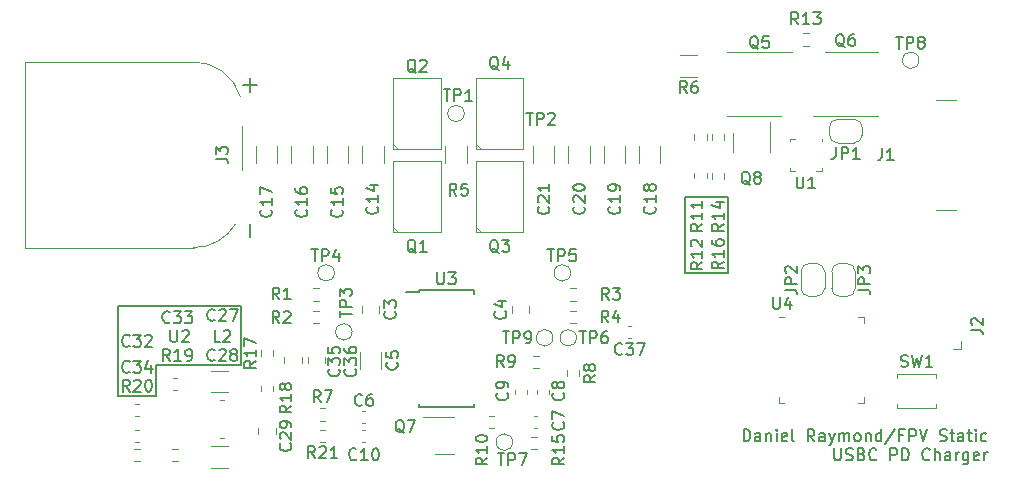
<source format=gbr>
%TF.GenerationSoftware,KiCad,Pcbnew,7.0.8*%
%TF.CreationDate,2024-04-29T11:53:12-04:00*%
%TF.ProjectId,PD Charger,50442043-6861-4726-9765-722e6b696361,rev?*%
%TF.SameCoordinates,Original*%
%TF.FileFunction,Legend,Top*%
%TF.FilePolarity,Positive*%
%FSLAX46Y46*%
G04 Gerber Fmt 4.6, Leading zero omitted, Abs format (unit mm)*
G04 Created by KiCad (PCBNEW 7.0.8) date 2024-04-29 11:53:12*
%MOMM*%
%LPD*%
G01*
G04 APERTURE LIST*
%ADD10C,0.150000*%
%ADD11C,0.120000*%
%ADD12C,0.100000*%
G04 APERTURE END LIST*
D10*
X65139409Y-49259819D02*
X65139409Y-48259819D01*
X65139409Y-48259819D02*
X65377504Y-48259819D01*
X65377504Y-48259819D02*
X65520361Y-48307438D01*
X65520361Y-48307438D02*
X65615599Y-48402676D01*
X65615599Y-48402676D02*
X65663218Y-48497914D01*
X65663218Y-48497914D02*
X65710837Y-48688390D01*
X65710837Y-48688390D02*
X65710837Y-48831247D01*
X65710837Y-48831247D02*
X65663218Y-49021723D01*
X65663218Y-49021723D02*
X65615599Y-49116961D01*
X65615599Y-49116961D02*
X65520361Y-49212200D01*
X65520361Y-49212200D02*
X65377504Y-49259819D01*
X65377504Y-49259819D02*
X65139409Y-49259819D01*
X66567980Y-49259819D02*
X66567980Y-48736009D01*
X66567980Y-48736009D02*
X66520361Y-48640771D01*
X66520361Y-48640771D02*
X66425123Y-48593152D01*
X66425123Y-48593152D02*
X66234647Y-48593152D01*
X66234647Y-48593152D02*
X66139409Y-48640771D01*
X66567980Y-49212200D02*
X66472742Y-49259819D01*
X66472742Y-49259819D02*
X66234647Y-49259819D01*
X66234647Y-49259819D02*
X66139409Y-49212200D01*
X66139409Y-49212200D02*
X66091790Y-49116961D01*
X66091790Y-49116961D02*
X66091790Y-49021723D01*
X66091790Y-49021723D02*
X66139409Y-48926485D01*
X66139409Y-48926485D02*
X66234647Y-48878866D01*
X66234647Y-48878866D02*
X66472742Y-48878866D01*
X66472742Y-48878866D02*
X66567980Y-48831247D01*
X67044171Y-48593152D02*
X67044171Y-49259819D01*
X67044171Y-48688390D02*
X67091790Y-48640771D01*
X67091790Y-48640771D02*
X67187028Y-48593152D01*
X67187028Y-48593152D02*
X67329885Y-48593152D01*
X67329885Y-48593152D02*
X67425123Y-48640771D01*
X67425123Y-48640771D02*
X67472742Y-48736009D01*
X67472742Y-48736009D02*
X67472742Y-49259819D01*
X67948933Y-49259819D02*
X67948933Y-48593152D01*
X67948933Y-48259819D02*
X67901314Y-48307438D01*
X67901314Y-48307438D02*
X67948933Y-48355057D01*
X67948933Y-48355057D02*
X67996552Y-48307438D01*
X67996552Y-48307438D02*
X67948933Y-48259819D01*
X67948933Y-48259819D02*
X67948933Y-48355057D01*
X68806075Y-49212200D02*
X68710837Y-49259819D01*
X68710837Y-49259819D02*
X68520361Y-49259819D01*
X68520361Y-49259819D02*
X68425123Y-49212200D01*
X68425123Y-49212200D02*
X68377504Y-49116961D01*
X68377504Y-49116961D02*
X68377504Y-48736009D01*
X68377504Y-48736009D02*
X68425123Y-48640771D01*
X68425123Y-48640771D02*
X68520361Y-48593152D01*
X68520361Y-48593152D02*
X68710837Y-48593152D01*
X68710837Y-48593152D02*
X68806075Y-48640771D01*
X68806075Y-48640771D02*
X68853694Y-48736009D01*
X68853694Y-48736009D02*
X68853694Y-48831247D01*
X68853694Y-48831247D02*
X68377504Y-48926485D01*
X69425123Y-49259819D02*
X69329885Y-49212200D01*
X69329885Y-49212200D02*
X69282266Y-49116961D01*
X69282266Y-49116961D02*
X69282266Y-48259819D01*
X71139409Y-49259819D02*
X70806076Y-48783628D01*
X70567981Y-49259819D02*
X70567981Y-48259819D01*
X70567981Y-48259819D02*
X70948933Y-48259819D01*
X70948933Y-48259819D02*
X71044171Y-48307438D01*
X71044171Y-48307438D02*
X71091790Y-48355057D01*
X71091790Y-48355057D02*
X71139409Y-48450295D01*
X71139409Y-48450295D02*
X71139409Y-48593152D01*
X71139409Y-48593152D02*
X71091790Y-48688390D01*
X71091790Y-48688390D02*
X71044171Y-48736009D01*
X71044171Y-48736009D02*
X70948933Y-48783628D01*
X70948933Y-48783628D02*
X70567981Y-48783628D01*
X71996552Y-49259819D02*
X71996552Y-48736009D01*
X71996552Y-48736009D02*
X71948933Y-48640771D01*
X71948933Y-48640771D02*
X71853695Y-48593152D01*
X71853695Y-48593152D02*
X71663219Y-48593152D01*
X71663219Y-48593152D02*
X71567981Y-48640771D01*
X71996552Y-49212200D02*
X71901314Y-49259819D01*
X71901314Y-49259819D02*
X71663219Y-49259819D01*
X71663219Y-49259819D02*
X71567981Y-49212200D01*
X71567981Y-49212200D02*
X71520362Y-49116961D01*
X71520362Y-49116961D02*
X71520362Y-49021723D01*
X71520362Y-49021723D02*
X71567981Y-48926485D01*
X71567981Y-48926485D02*
X71663219Y-48878866D01*
X71663219Y-48878866D02*
X71901314Y-48878866D01*
X71901314Y-48878866D02*
X71996552Y-48831247D01*
X72377505Y-48593152D02*
X72615600Y-49259819D01*
X72853695Y-48593152D02*
X72615600Y-49259819D01*
X72615600Y-49259819D02*
X72520362Y-49497914D01*
X72520362Y-49497914D02*
X72472743Y-49545533D01*
X72472743Y-49545533D02*
X72377505Y-49593152D01*
X73234648Y-49259819D02*
X73234648Y-48593152D01*
X73234648Y-48688390D02*
X73282267Y-48640771D01*
X73282267Y-48640771D02*
X73377505Y-48593152D01*
X73377505Y-48593152D02*
X73520362Y-48593152D01*
X73520362Y-48593152D02*
X73615600Y-48640771D01*
X73615600Y-48640771D02*
X73663219Y-48736009D01*
X73663219Y-48736009D02*
X73663219Y-49259819D01*
X73663219Y-48736009D02*
X73710838Y-48640771D01*
X73710838Y-48640771D02*
X73806076Y-48593152D01*
X73806076Y-48593152D02*
X73948933Y-48593152D01*
X73948933Y-48593152D02*
X74044172Y-48640771D01*
X74044172Y-48640771D02*
X74091791Y-48736009D01*
X74091791Y-48736009D02*
X74091791Y-49259819D01*
X74710838Y-49259819D02*
X74615600Y-49212200D01*
X74615600Y-49212200D02*
X74567981Y-49164580D01*
X74567981Y-49164580D02*
X74520362Y-49069342D01*
X74520362Y-49069342D02*
X74520362Y-48783628D01*
X74520362Y-48783628D02*
X74567981Y-48688390D01*
X74567981Y-48688390D02*
X74615600Y-48640771D01*
X74615600Y-48640771D02*
X74710838Y-48593152D01*
X74710838Y-48593152D02*
X74853695Y-48593152D01*
X74853695Y-48593152D02*
X74948933Y-48640771D01*
X74948933Y-48640771D02*
X74996552Y-48688390D01*
X74996552Y-48688390D02*
X75044171Y-48783628D01*
X75044171Y-48783628D02*
X75044171Y-49069342D01*
X75044171Y-49069342D02*
X74996552Y-49164580D01*
X74996552Y-49164580D02*
X74948933Y-49212200D01*
X74948933Y-49212200D02*
X74853695Y-49259819D01*
X74853695Y-49259819D02*
X74710838Y-49259819D01*
X75472743Y-48593152D02*
X75472743Y-49259819D01*
X75472743Y-48688390D02*
X75520362Y-48640771D01*
X75520362Y-48640771D02*
X75615600Y-48593152D01*
X75615600Y-48593152D02*
X75758457Y-48593152D01*
X75758457Y-48593152D02*
X75853695Y-48640771D01*
X75853695Y-48640771D02*
X75901314Y-48736009D01*
X75901314Y-48736009D02*
X75901314Y-49259819D01*
X76806076Y-49259819D02*
X76806076Y-48259819D01*
X76806076Y-49212200D02*
X76710838Y-49259819D01*
X76710838Y-49259819D02*
X76520362Y-49259819D01*
X76520362Y-49259819D02*
X76425124Y-49212200D01*
X76425124Y-49212200D02*
X76377505Y-49164580D01*
X76377505Y-49164580D02*
X76329886Y-49069342D01*
X76329886Y-49069342D02*
X76329886Y-48783628D01*
X76329886Y-48783628D02*
X76377505Y-48688390D01*
X76377505Y-48688390D02*
X76425124Y-48640771D01*
X76425124Y-48640771D02*
X76520362Y-48593152D01*
X76520362Y-48593152D02*
X76710838Y-48593152D01*
X76710838Y-48593152D02*
X76806076Y-48640771D01*
X77996552Y-48212200D02*
X77139410Y-49497914D01*
X78663219Y-48736009D02*
X78329886Y-48736009D01*
X78329886Y-49259819D02*
X78329886Y-48259819D01*
X78329886Y-48259819D02*
X78806076Y-48259819D01*
X79187029Y-49259819D02*
X79187029Y-48259819D01*
X79187029Y-48259819D02*
X79567981Y-48259819D01*
X79567981Y-48259819D02*
X79663219Y-48307438D01*
X79663219Y-48307438D02*
X79710838Y-48355057D01*
X79710838Y-48355057D02*
X79758457Y-48450295D01*
X79758457Y-48450295D02*
X79758457Y-48593152D01*
X79758457Y-48593152D02*
X79710838Y-48688390D01*
X79710838Y-48688390D02*
X79663219Y-48736009D01*
X79663219Y-48736009D02*
X79567981Y-48783628D01*
X79567981Y-48783628D02*
X79187029Y-48783628D01*
X80044172Y-48259819D02*
X80377505Y-49259819D01*
X80377505Y-49259819D02*
X80710838Y-48259819D01*
X81758458Y-49212200D02*
X81901315Y-49259819D01*
X81901315Y-49259819D02*
X82139410Y-49259819D01*
X82139410Y-49259819D02*
X82234648Y-49212200D01*
X82234648Y-49212200D02*
X82282267Y-49164580D01*
X82282267Y-49164580D02*
X82329886Y-49069342D01*
X82329886Y-49069342D02*
X82329886Y-48974104D01*
X82329886Y-48974104D02*
X82282267Y-48878866D01*
X82282267Y-48878866D02*
X82234648Y-48831247D01*
X82234648Y-48831247D02*
X82139410Y-48783628D01*
X82139410Y-48783628D02*
X81948934Y-48736009D01*
X81948934Y-48736009D02*
X81853696Y-48688390D01*
X81853696Y-48688390D02*
X81806077Y-48640771D01*
X81806077Y-48640771D02*
X81758458Y-48545533D01*
X81758458Y-48545533D02*
X81758458Y-48450295D01*
X81758458Y-48450295D02*
X81806077Y-48355057D01*
X81806077Y-48355057D02*
X81853696Y-48307438D01*
X81853696Y-48307438D02*
X81948934Y-48259819D01*
X81948934Y-48259819D02*
X82187029Y-48259819D01*
X82187029Y-48259819D02*
X82329886Y-48307438D01*
X82615601Y-48593152D02*
X82996553Y-48593152D01*
X82758458Y-48259819D02*
X82758458Y-49116961D01*
X82758458Y-49116961D02*
X82806077Y-49212200D01*
X82806077Y-49212200D02*
X82901315Y-49259819D01*
X82901315Y-49259819D02*
X82996553Y-49259819D01*
X83758458Y-49259819D02*
X83758458Y-48736009D01*
X83758458Y-48736009D02*
X83710839Y-48640771D01*
X83710839Y-48640771D02*
X83615601Y-48593152D01*
X83615601Y-48593152D02*
X83425125Y-48593152D01*
X83425125Y-48593152D02*
X83329887Y-48640771D01*
X83758458Y-49212200D02*
X83663220Y-49259819D01*
X83663220Y-49259819D02*
X83425125Y-49259819D01*
X83425125Y-49259819D02*
X83329887Y-49212200D01*
X83329887Y-49212200D02*
X83282268Y-49116961D01*
X83282268Y-49116961D02*
X83282268Y-49021723D01*
X83282268Y-49021723D02*
X83329887Y-48926485D01*
X83329887Y-48926485D02*
X83425125Y-48878866D01*
X83425125Y-48878866D02*
X83663220Y-48878866D01*
X83663220Y-48878866D02*
X83758458Y-48831247D01*
X84091792Y-48593152D02*
X84472744Y-48593152D01*
X84234649Y-48259819D02*
X84234649Y-49116961D01*
X84234649Y-49116961D02*
X84282268Y-49212200D01*
X84282268Y-49212200D02*
X84377506Y-49259819D01*
X84377506Y-49259819D02*
X84472744Y-49259819D01*
X84806078Y-49259819D02*
X84806078Y-48593152D01*
X84806078Y-48259819D02*
X84758459Y-48307438D01*
X84758459Y-48307438D02*
X84806078Y-48355057D01*
X84806078Y-48355057D02*
X84853697Y-48307438D01*
X84853697Y-48307438D02*
X84806078Y-48259819D01*
X84806078Y-48259819D02*
X84806078Y-48355057D01*
X85710839Y-49212200D02*
X85615601Y-49259819D01*
X85615601Y-49259819D02*
X85425125Y-49259819D01*
X85425125Y-49259819D02*
X85329887Y-49212200D01*
X85329887Y-49212200D02*
X85282268Y-49164580D01*
X85282268Y-49164580D02*
X85234649Y-49069342D01*
X85234649Y-49069342D02*
X85234649Y-48783628D01*
X85234649Y-48783628D02*
X85282268Y-48688390D01*
X85282268Y-48688390D02*
X85329887Y-48640771D01*
X85329887Y-48640771D02*
X85425125Y-48593152D01*
X85425125Y-48593152D02*
X85615601Y-48593152D01*
X85615601Y-48593152D02*
X85710839Y-48640771D01*
X72806076Y-49869819D02*
X72806076Y-50679342D01*
X72806076Y-50679342D02*
X72853695Y-50774580D01*
X72853695Y-50774580D02*
X72901314Y-50822200D01*
X72901314Y-50822200D02*
X72996552Y-50869819D01*
X72996552Y-50869819D02*
X73187028Y-50869819D01*
X73187028Y-50869819D02*
X73282266Y-50822200D01*
X73282266Y-50822200D02*
X73329885Y-50774580D01*
X73329885Y-50774580D02*
X73377504Y-50679342D01*
X73377504Y-50679342D02*
X73377504Y-49869819D01*
X73806076Y-50822200D02*
X73948933Y-50869819D01*
X73948933Y-50869819D02*
X74187028Y-50869819D01*
X74187028Y-50869819D02*
X74282266Y-50822200D01*
X74282266Y-50822200D02*
X74329885Y-50774580D01*
X74329885Y-50774580D02*
X74377504Y-50679342D01*
X74377504Y-50679342D02*
X74377504Y-50584104D01*
X74377504Y-50584104D02*
X74329885Y-50488866D01*
X74329885Y-50488866D02*
X74282266Y-50441247D01*
X74282266Y-50441247D02*
X74187028Y-50393628D01*
X74187028Y-50393628D02*
X73996552Y-50346009D01*
X73996552Y-50346009D02*
X73901314Y-50298390D01*
X73901314Y-50298390D02*
X73853695Y-50250771D01*
X73853695Y-50250771D02*
X73806076Y-50155533D01*
X73806076Y-50155533D02*
X73806076Y-50060295D01*
X73806076Y-50060295D02*
X73853695Y-49965057D01*
X73853695Y-49965057D02*
X73901314Y-49917438D01*
X73901314Y-49917438D02*
X73996552Y-49869819D01*
X73996552Y-49869819D02*
X74234647Y-49869819D01*
X74234647Y-49869819D02*
X74377504Y-49917438D01*
X75139409Y-50346009D02*
X75282266Y-50393628D01*
X75282266Y-50393628D02*
X75329885Y-50441247D01*
X75329885Y-50441247D02*
X75377504Y-50536485D01*
X75377504Y-50536485D02*
X75377504Y-50679342D01*
X75377504Y-50679342D02*
X75329885Y-50774580D01*
X75329885Y-50774580D02*
X75282266Y-50822200D01*
X75282266Y-50822200D02*
X75187028Y-50869819D01*
X75187028Y-50869819D02*
X74806076Y-50869819D01*
X74806076Y-50869819D02*
X74806076Y-49869819D01*
X74806076Y-49869819D02*
X75139409Y-49869819D01*
X75139409Y-49869819D02*
X75234647Y-49917438D01*
X75234647Y-49917438D02*
X75282266Y-49965057D01*
X75282266Y-49965057D02*
X75329885Y-50060295D01*
X75329885Y-50060295D02*
X75329885Y-50155533D01*
X75329885Y-50155533D02*
X75282266Y-50250771D01*
X75282266Y-50250771D02*
X75234647Y-50298390D01*
X75234647Y-50298390D02*
X75139409Y-50346009D01*
X75139409Y-50346009D02*
X74806076Y-50346009D01*
X76377504Y-50774580D02*
X76329885Y-50822200D01*
X76329885Y-50822200D02*
X76187028Y-50869819D01*
X76187028Y-50869819D02*
X76091790Y-50869819D01*
X76091790Y-50869819D02*
X75948933Y-50822200D01*
X75948933Y-50822200D02*
X75853695Y-50726961D01*
X75853695Y-50726961D02*
X75806076Y-50631723D01*
X75806076Y-50631723D02*
X75758457Y-50441247D01*
X75758457Y-50441247D02*
X75758457Y-50298390D01*
X75758457Y-50298390D02*
X75806076Y-50107914D01*
X75806076Y-50107914D02*
X75853695Y-50012676D01*
X75853695Y-50012676D02*
X75948933Y-49917438D01*
X75948933Y-49917438D02*
X76091790Y-49869819D01*
X76091790Y-49869819D02*
X76187028Y-49869819D01*
X76187028Y-49869819D02*
X76329885Y-49917438D01*
X76329885Y-49917438D02*
X76377504Y-49965057D01*
X77567981Y-50869819D02*
X77567981Y-49869819D01*
X77567981Y-49869819D02*
X77948933Y-49869819D01*
X77948933Y-49869819D02*
X78044171Y-49917438D01*
X78044171Y-49917438D02*
X78091790Y-49965057D01*
X78091790Y-49965057D02*
X78139409Y-50060295D01*
X78139409Y-50060295D02*
X78139409Y-50203152D01*
X78139409Y-50203152D02*
X78091790Y-50298390D01*
X78091790Y-50298390D02*
X78044171Y-50346009D01*
X78044171Y-50346009D02*
X77948933Y-50393628D01*
X77948933Y-50393628D02*
X77567981Y-50393628D01*
X78567981Y-50869819D02*
X78567981Y-49869819D01*
X78567981Y-49869819D02*
X78806076Y-49869819D01*
X78806076Y-49869819D02*
X78948933Y-49917438D01*
X78948933Y-49917438D02*
X79044171Y-50012676D01*
X79044171Y-50012676D02*
X79091790Y-50107914D01*
X79091790Y-50107914D02*
X79139409Y-50298390D01*
X79139409Y-50298390D02*
X79139409Y-50441247D01*
X79139409Y-50441247D02*
X79091790Y-50631723D01*
X79091790Y-50631723D02*
X79044171Y-50726961D01*
X79044171Y-50726961D02*
X78948933Y-50822200D01*
X78948933Y-50822200D02*
X78806076Y-50869819D01*
X78806076Y-50869819D02*
X78567981Y-50869819D01*
X80901314Y-50774580D02*
X80853695Y-50822200D01*
X80853695Y-50822200D02*
X80710838Y-50869819D01*
X80710838Y-50869819D02*
X80615600Y-50869819D01*
X80615600Y-50869819D02*
X80472743Y-50822200D01*
X80472743Y-50822200D02*
X80377505Y-50726961D01*
X80377505Y-50726961D02*
X80329886Y-50631723D01*
X80329886Y-50631723D02*
X80282267Y-50441247D01*
X80282267Y-50441247D02*
X80282267Y-50298390D01*
X80282267Y-50298390D02*
X80329886Y-50107914D01*
X80329886Y-50107914D02*
X80377505Y-50012676D01*
X80377505Y-50012676D02*
X80472743Y-49917438D01*
X80472743Y-49917438D02*
X80615600Y-49869819D01*
X80615600Y-49869819D02*
X80710838Y-49869819D01*
X80710838Y-49869819D02*
X80853695Y-49917438D01*
X80853695Y-49917438D02*
X80901314Y-49965057D01*
X81329886Y-50869819D02*
X81329886Y-49869819D01*
X81758457Y-50869819D02*
X81758457Y-50346009D01*
X81758457Y-50346009D02*
X81710838Y-50250771D01*
X81710838Y-50250771D02*
X81615600Y-50203152D01*
X81615600Y-50203152D02*
X81472743Y-50203152D01*
X81472743Y-50203152D02*
X81377505Y-50250771D01*
X81377505Y-50250771D02*
X81329886Y-50298390D01*
X82663219Y-50869819D02*
X82663219Y-50346009D01*
X82663219Y-50346009D02*
X82615600Y-50250771D01*
X82615600Y-50250771D02*
X82520362Y-50203152D01*
X82520362Y-50203152D02*
X82329886Y-50203152D01*
X82329886Y-50203152D02*
X82234648Y-50250771D01*
X82663219Y-50822200D02*
X82567981Y-50869819D01*
X82567981Y-50869819D02*
X82329886Y-50869819D01*
X82329886Y-50869819D02*
X82234648Y-50822200D01*
X82234648Y-50822200D02*
X82187029Y-50726961D01*
X82187029Y-50726961D02*
X82187029Y-50631723D01*
X82187029Y-50631723D02*
X82234648Y-50536485D01*
X82234648Y-50536485D02*
X82329886Y-50488866D01*
X82329886Y-50488866D02*
X82567981Y-50488866D01*
X82567981Y-50488866D02*
X82663219Y-50441247D01*
X83139410Y-50869819D02*
X83139410Y-50203152D01*
X83139410Y-50393628D02*
X83187029Y-50298390D01*
X83187029Y-50298390D02*
X83234648Y-50250771D01*
X83234648Y-50250771D02*
X83329886Y-50203152D01*
X83329886Y-50203152D02*
X83425124Y-50203152D01*
X84187029Y-50203152D02*
X84187029Y-51012676D01*
X84187029Y-51012676D02*
X84139410Y-51107914D01*
X84139410Y-51107914D02*
X84091791Y-51155533D01*
X84091791Y-51155533D02*
X83996553Y-51203152D01*
X83996553Y-51203152D02*
X83853696Y-51203152D01*
X83853696Y-51203152D02*
X83758458Y-51155533D01*
X84187029Y-50822200D02*
X84091791Y-50869819D01*
X84091791Y-50869819D02*
X83901315Y-50869819D01*
X83901315Y-50869819D02*
X83806077Y-50822200D01*
X83806077Y-50822200D02*
X83758458Y-50774580D01*
X83758458Y-50774580D02*
X83710839Y-50679342D01*
X83710839Y-50679342D02*
X83710839Y-50393628D01*
X83710839Y-50393628D02*
X83758458Y-50298390D01*
X83758458Y-50298390D02*
X83806077Y-50250771D01*
X83806077Y-50250771D02*
X83901315Y-50203152D01*
X83901315Y-50203152D02*
X84091791Y-50203152D01*
X84091791Y-50203152D02*
X84187029Y-50250771D01*
X85044172Y-50822200D02*
X84948934Y-50869819D01*
X84948934Y-50869819D02*
X84758458Y-50869819D01*
X84758458Y-50869819D02*
X84663220Y-50822200D01*
X84663220Y-50822200D02*
X84615601Y-50726961D01*
X84615601Y-50726961D02*
X84615601Y-50346009D01*
X84615601Y-50346009D02*
X84663220Y-50250771D01*
X84663220Y-50250771D02*
X84758458Y-50203152D01*
X84758458Y-50203152D02*
X84948934Y-50203152D01*
X84948934Y-50203152D02*
X85044172Y-50250771D01*
X85044172Y-50250771D02*
X85091791Y-50346009D01*
X85091791Y-50346009D02*
X85091791Y-50441247D01*
X85091791Y-50441247D02*
X84615601Y-50536485D01*
X85520363Y-50869819D02*
X85520363Y-50203152D01*
X85520363Y-50393628D02*
X85567982Y-50298390D01*
X85567982Y-50298390D02*
X85615601Y-50250771D01*
X85615601Y-50250771D02*
X85710839Y-50203152D01*
X85710839Y-50203152D02*
X85806077Y-50203152D01*
X60200000Y-35000000D02*
X63800000Y-35000000D01*
X63800000Y-28600000D02*
X60200000Y-28600000D01*
X12200000Y-45400000D02*
X15200000Y-45400000D01*
X22600000Y-37800000D02*
X12200000Y-37800000D01*
X15400000Y-42800000D02*
X22600000Y-42800000D01*
X63800000Y-35000000D02*
X63800000Y-28600000D01*
X22600000Y-42800000D02*
X22600000Y-37800000D01*
X15200000Y-45400000D02*
X15400000Y-45400000D01*
X12200000Y-40000000D02*
X12200000Y-45400000D01*
X12200000Y-37800000D02*
X12200000Y-40000000D01*
X60200000Y-28600000D02*
X60200000Y-35000000D01*
X15400000Y-45400000D02*
X15400000Y-42800000D01*
X46738095Y-21454819D02*
X47309523Y-21454819D01*
X47023809Y-22454819D02*
X47023809Y-21454819D01*
X47642857Y-22454819D02*
X47642857Y-21454819D01*
X47642857Y-21454819D02*
X48023809Y-21454819D01*
X48023809Y-21454819D02*
X48119047Y-21502438D01*
X48119047Y-21502438D02*
X48166666Y-21550057D01*
X48166666Y-21550057D02*
X48214285Y-21645295D01*
X48214285Y-21645295D02*
X48214285Y-21788152D01*
X48214285Y-21788152D02*
X48166666Y-21883390D01*
X48166666Y-21883390D02*
X48119047Y-21931009D01*
X48119047Y-21931009D02*
X48023809Y-21978628D01*
X48023809Y-21978628D02*
X47642857Y-21978628D01*
X48595238Y-21550057D02*
X48642857Y-21502438D01*
X48642857Y-21502438D02*
X48738095Y-21454819D01*
X48738095Y-21454819D02*
X48976190Y-21454819D01*
X48976190Y-21454819D02*
X49071428Y-21502438D01*
X49071428Y-21502438D02*
X49119047Y-21550057D01*
X49119047Y-21550057D02*
X49166666Y-21645295D01*
X49166666Y-21645295D02*
X49166666Y-21740533D01*
X49166666Y-21740533D02*
X49119047Y-21883390D01*
X49119047Y-21883390D02*
X48547619Y-22454819D01*
X48547619Y-22454819D02*
X49166666Y-22454819D01*
X78466667Y-42907200D02*
X78609524Y-42954819D01*
X78609524Y-42954819D02*
X78847619Y-42954819D01*
X78847619Y-42954819D02*
X78942857Y-42907200D01*
X78942857Y-42907200D02*
X78990476Y-42859580D01*
X78990476Y-42859580D02*
X79038095Y-42764342D01*
X79038095Y-42764342D02*
X79038095Y-42669104D01*
X79038095Y-42669104D02*
X78990476Y-42573866D01*
X78990476Y-42573866D02*
X78942857Y-42526247D01*
X78942857Y-42526247D02*
X78847619Y-42478628D01*
X78847619Y-42478628D02*
X78657143Y-42431009D01*
X78657143Y-42431009D02*
X78561905Y-42383390D01*
X78561905Y-42383390D02*
X78514286Y-42335771D01*
X78514286Y-42335771D02*
X78466667Y-42240533D01*
X78466667Y-42240533D02*
X78466667Y-42145295D01*
X78466667Y-42145295D02*
X78514286Y-42050057D01*
X78514286Y-42050057D02*
X78561905Y-42002438D01*
X78561905Y-42002438D02*
X78657143Y-41954819D01*
X78657143Y-41954819D02*
X78895238Y-41954819D01*
X78895238Y-41954819D02*
X79038095Y-42002438D01*
X79371429Y-41954819D02*
X79609524Y-42954819D01*
X79609524Y-42954819D02*
X79800000Y-42240533D01*
X79800000Y-42240533D02*
X79990476Y-42954819D01*
X79990476Y-42954819D02*
X80228572Y-41954819D01*
X81133333Y-42954819D02*
X80561905Y-42954819D01*
X80847619Y-42954819D02*
X80847619Y-41954819D01*
X80847619Y-41954819D02*
X80752381Y-42097676D01*
X80752381Y-42097676D02*
X80657143Y-42192914D01*
X80657143Y-42192914D02*
X80561905Y-42240533D01*
X29333333Y-45954819D02*
X29000000Y-45478628D01*
X28761905Y-45954819D02*
X28761905Y-44954819D01*
X28761905Y-44954819D02*
X29142857Y-44954819D01*
X29142857Y-44954819D02*
X29238095Y-45002438D01*
X29238095Y-45002438D02*
X29285714Y-45050057D01*
X29285714Y-45050057D02*
X29333333Y-45145295D01*
X29333333Y-45145295D02*
X29333333Y-45288152D01*
X29333333Y-45288152D02*
X29285714Y-45383390D01*
X29285714Y-45383390D02*
X29238095Y-45431009D01*
X29238095Y-45431009D02*
X29142857Y-45478628D01*
X29142857Y-45478628D02*
X28761905Y-45478628D01*
X29666667Y-44954819D02*
X30333333Y-44954819D01*
X30333333Y-44954819D02*
X29904762Y-45954819D01*
X84414819Y-39833333D02*
X85129104Y-39833333D01*
X85129104Y-39833333D02*
X85271961Y-39880952D01*
X85271961Y-39880952D02*
X85367200Y-39976190D01*
X85367200Y-39976190D02*
X85414819Y-40119047D01*
X85414819Y-40119047D02*
X85414819Y-40214285D01*
X84510057Y-39404761D02*
X84462438Y-39357142D01*
X84462438Y-39357142D02*
X84414819Y-39261904D01*
X84414819Y-39261904D02*
X84414819Y-39023809D01*
X84414819Y-39023809D02*
X84462438Y-38928571D01*
X84462438Y-38928571D02*
X84510057Y-38880952D01*
X84510057Y-38880952D02*
X84605295Y-38833333D01*
X84605295Y-38833333D02*
X84700533Y-38833333D01*
X84700533Y-38833333D02*
X84843390Y-38880952D01*
X84843390Y-38880952D02*
X85414819Y-39452380D01*
X85414819Y-39452380D02*
X85414819Y-38833333D01*
X44738095Y-39954819D02*
X45309523Y-39954819D01*
X45023809Y-40954819D02*
X45023809Y-39954819D01*
X45642857Y-40954819D02*
X45642857Y-39954819D01*
X45642857Y-39954819D02*
X46023809Y-39954819D01*
X46023809Y-39954819D02*
X46119047Y-40002438D01*
X46119047Y-40002438D02*
X46166666Y-40050057D01*
X46166666Y-40050057D02*
X46214285Y-40145295D01*
X46214285Y-40145295D02*
X46214285Y-40288152D01*
X46214285Y-40288152D02*
X46166666Y-40383390D01*
X46166666Y-40383390D02*
X46119047Y-40431009D01*
X46119047Y-40431009D02*
X46023809Y-40478628D01*
X46023809Y-40478628D02*
X45642857Y-40478628D01*
X46690476Y-40954819D02*
X46880952Y-40954819D01*
X46880952Y-40954819D02*
X46976190Y-40907200D01*
X46976190Y-40907200D02*
X47023809Y-40859580D01*
X47023809Y-40859580D02*
X47119047Y-40716723D01*
X47119047Y-40716723D02*
X47166666Y-40526247D01*
X47166666Y-40526247D02*
X47166666Y-40145295D01*
X47166666Y-40145295D02*
X47119047Y-40050057D01*
X47119047Y-40050057D02*
X47071428Y-40002438D01*
X47071428Y-40002438D02*
X46976190Y-39954819D01*
X46976190Y-39954819D02*
X46785714Y-39954819D01*
X46785714Y-39954819D02*
X46690476Y-40002438D01*
X46690476Y-40002438D02*
X46642857Y-40050057D01*
X46642857Y-40050057D02*
X46595238Y-40145295D01*
X46595238Y-40145295D02*
X46595238Y-40383390D01*
X46595238Y-40383390D02*
X46642857Y-40478628D01*
X46642857Y-40478628D02*
X46690476Y-40526247D01*
X46690476Y-40526247D02*
X46785714Y-40573866D01*
X46785714Y-40573866D02*
X46976190Y-40573866D01*
X46976190Y-40573866D02*
X47071428Y-40526247D01*
X47071428Y-40526247D02*
X47119047Y-40478628D01*
X47119047Y-40478628D02*
X47166666Y-40383390D01*
X78038095Y-15006819D02*
X78609523Y-15006819D01*
X78323809Y-16006819D02*
X78323809Y-15006819D01*
X78942857Y-16006819D02*
X78942857Y-15006819D01*
X78942857Y-15006819D02*
X79323809Y-15006819D01*
X79323809Y-15006819D02*
X79419047Y-15054438D01*
X79419047Y-15054438D02*
X79466666Y-15102057D01*
X79466666Y-15102057D02*
X79514285Y-15197295D01*
X79514285Y-15197295D02*
X79514285Y-15340152D01*
X79514285Y-15340152D02*
X79466666Y-15435390D01*
X79466666Y-15435390D02*
X79419047Y-15483009D01*
X79419047Y-15483009D02*
X79323809Y-15530628D01*
X79323809Y-15530628D02*
X78942857Y-15530628D01*
X80085714Y-15435390D02*
X79990476Y-15387771D01*
X79990476Y-15387771D02*
X79942857Y-15340152D01*
X79942857Y-15340152D02*
X79895238Y-15244914D01*
X79895238Y-15244914D02*
X79895238Y-15197295D01*
X79895238Y-15197295D02*
X79942857Y-15102057D01*
X79942857Y-15102057D02*
X79990476Y-15054438D01*
X79990476Y-15054438D02*
X80085714Y-15006819D01*
X80085714Y-15006819D02*
X80276190Y-15006819D01*
X80276190Y-15006819D02*
X80371428Y-15054438D01*
X80371428Y-15054438D02*
X80419047Y-15102057D01*
X80419047Y-15102057D02*
X80466666Y-15197295D01*
X80466666Y-15197295D02*
X80466666Y-15244914D01*
X80466666Y-15244914D02*
X80419047Y-15340152D01*
X80419047Y-15340152D02*
X80371428Y-15387771D01*
X80371428Y-15387771D02*
X80276190Y-15435390D01*
X80276190Y-15435390D02*
X80085714Y-15435390D01*
X80085714Y-15435390D02*
X79990476Y-15483009D01*
X79990476Y-15483009D02*
X79942857Y-15530628D01*
X79942857Y-15530628D02*
X79895238Y-15625866D01*
X79895238Y-15625866D02*
X79895238Y-15816342D01*
X79895238Y-15816342D02*
X79942857Y-15911580D01*
X79942857Y-15911580D02*
X79990476Y-15959200D01*
X79990476Y-15959200D02*
X80085714Y-16006819D01*
X80085714Y-16006819D02*
X80276190Y-16006819D01*
X80276190Y-16006819D02*
X80371428Y-15959200D01*
X80371428Y-15959200D02*
X80419047Y-15911580D01*
X80419047Y-15911580D02*
X80466666Y-15816342D01*
X80466666Y-15816342D02*
X80466666Y-15625866D01*
X80466666Y-15625866D02*
X80419047Y-15530628D01*
X80419047Y-15530628D02*
X80371428Y-15483009D01*
X80371428Y-15483009D02*
X80276190Y-15435390D01*
X44327374Y-50291864D02*
X44898802Y-50291864D01*
X44613088Y-51291864D02*
X44613088Y-50291864D01*
X45232136Y-51291864D02*
X45232136Y-50291864D01*
X45232136Y-50291864D02*
X45613088Y-50291864D01*
X45613088Y-50291864D02*
X45708326Y-50339483D01*
X45708326Y-50339483D02*
X45755945Y-50387102D01*
X45755945Y-50387102D02*
X45803564Y-50482340D01*
X45803564Y-50482340D02*
X45803564Y-50625197D01*
X45803564Y-50625197D02*
X45755945Y-50720435D01*
X45755945Y-50720435D02*
X45708326Y-50768054D01*
X45708326Y-50768054D02*
X45613088Y-50815673D01*
X45613088Y-50815673D02*
X45232136Y-50815673D01*
X46136898Y-50291864D02*
X46803564Y-50291864D01*
X46803564Y-50291864D02*
X46374993Y-51291864D01*
X51238095Y-39954819D02*
X51809523Y-39954819D01*
X51523809Y-40954819D02*
X51523809Y-39954819D01*
X52142857Y-40954819D02*
X52142857Y-39954819D01*
X52142857Y-39954819D02*
X52523809Y-39954819D01*
X52523809Y-39954819D02*
X52619047Y-40002438D01*
X52619047Y-40002438D02*
X52666666Y-40050057D01*
X52666666Y-40050057D02*
X52714285Y-40145295D01*
X52714285Y-40145295D02*
X52714285Y-40288152D01*
X52714285Y-40288152D02*
X52666666Y-40383390D01*
X52666666Y-40383390D02*
X52619047Y-40431009D01*
X52619047Y-40431009D02*
X52523809Y-40478628D01*
X52523809Y-40478628D02*
X52142857Y-40478628D01*
X53571428Y-39954819D02*
X53380952Y-39954819D01*
X53380952Y-39954819D02*
X53285714Y-40002438D01*
X53285714Y-40002438D02*
X53238095Y-40050057D01*
X53238095Y-40050057D02*
X53142857Y-40192914D01*
X53142857Y-40192914D02*
X53095238Y-40383390D01*
X53095238Y-40383390D02*
X53095238Y-40764342D01*
X53095238Y-40764342D02*
X53142857Y-40859580D01*
X53142857Y-40859580D02*
X53190476Y-40907200D01*
X53190476Y-40907200D02*
X53285714Y-40954819D01*
X53285714Y-40954819D02*
X53476190Y-40954819D01*
X53476190Y-40954819D02*
X53571428Y-40907200D01*
X53571428Y-40907200D02*
X53619047Y-40859580D01*
X53619047Y-40859580D02*
X53666666Y-40764342D01*
X53666666Y-40764342D02*
X53666666Y-40526247D01*
X53666666Y-40526247D02*
X53619047Y-40431009D01*
X53619047Y-40431009D02*
X53571428Y-40383390D01*
X53571428Y-40383390D02*
X53476190Y-40335771D01*
X53476190Y-40335771D02*
X53285714Y-40335771D01*
X53285714Y-40335771D02*
X53190476Y-40383390D01*
X53190476Y-40383390D02*
X53142857Y-40431009D01*
X53142857Y-40431009D02*
X53095238Y-40526247D01*
X48538095Y-33006819D02*
X49109523Y-33006819D01*
X48823809Y-34006819D02*
X48823809Y-33006819D01*
X49442857Y-34006819D02*
X49442857Y-33006819D01*
X49442857Y-33006819D02*
X49823809Y-33006819D01*
X49823809Y-33006819D02*
X49919047Y-33054438D01*
X49919047Y-33054438D02*
X49966666Y-33102057D01*
X49966666Y-33102057D02*
X50014285Y-33197295D01*
X50014285Y-33197295D02*
X50014285Y-33340152D01*
X50014285Y-33340152D02*
X49966666Y-33435390D01*
X49966666Y-33435390D02*
X49919047Y-33483009D01*
X49919047Y-33483009D02*
X49823809Y-33530628D01*
X49823809Y-33530628D02*
X49442857Y-33530628D01*
X50919047Y-33006819D02*
X50442857Y-33006819D01*
X50442857Y-33006819D02*
X50395238Y-33483009D01*
X50395238Y-33483009D02*
X50442857Y-33435390D01*
X50442857Y-33435390D02*
X50538095Y-33387771D01*
X50538095Y-33387771D02*
X50776190Y-33387771D01*
X50776190Y-33387771D02*
X50871428Y-33435390D01*
X50871428Y-33435390D02*
X50919047Y-33483009D01*
X50919047Y-33483009D02*
X50966666Y-33578247D01*
X50966666Y-33578247D02*
X50966666Y-33816342D01*
X50966666Y-33816342D02*
X50919047Y-33911580D01*
X50919047Y-33911580D02*
X50871428Y-33959200D01*
X50871428Y-33959200D02*
X50776190Y-34006819D01*
X50776190Y-34006819D02*
X50538095Y-34006819D01*
X50538095Y-34006819D02*
X50442857Y-33959200D01*
X50442857Y-33959200D02*
X50395238Y-33911580D01*
X28538095Y-33006819D02*
X29109523Y-33006819D01*
X28823809Y-34006819D02*
X28823809Y-33006819D01*
X29442857Y-34006819D02*
X29442857Y-33006819D01*
X29442857Y-33006819D02*
X29823809Y-33006819D01*
X29823809Y-33006819D02*
X29919047Y-33054438D01*
X29919047Y-33054438D02*
X29966666Y-33102057D01*
X29966666Y-33102057D02*
X30014285Y-33197295D01*
X30014285Y-33197295D02*
X30014285Y-33340152D01*
X30014285Y-33340152D02*
X29966666Y-33435390D01*
X29966666Y-33435390D02*
X29919047Y-33483009D01*
X29919047Y-33483009D02*
X29823809Y-33530628D01*
X29823809Y-33530628D02*
X29442857Y-33530628D01*
X30871428Y-33340152D02*
X30871428Y-34006819D01*
X30633333Y-32959200D02*
X30395238Y-33673485D01*
X30395238Y-33673485D02*
X31014285Y-33673485D01*
X30954819Y-38761904D02*
X30954819Y-38190476D01*
X31954819Y-38476190D02*
X30954819Y-38476190D01*
X31954819Y-37857142D02*
X30954819Y-37857142D01*
X30954819Y-37857142D02*
X30954819Y-37476190D01*
X30954819Y-37476190D02*
X31002438Y-37380952D01*
X31002438Y-37380952D02*
X31050057Y-37333333D01*
X31050057Y-37333333D02*
X31145295Y-37285714D01*
X31145295Y-37285714D02*
X31288152Y-37285714D01*
X31288152Y-37285714D02*
X31383390Y-37333333D01*
X31383390Y-37333333D02*
X31431009Y-37380952D01*
X31431009Y-37380952D02*
X31478628Y-37476190D01*
X31478628Y-37476190D02*
X31478628Y-37857142D01*
X30954819Y-36952380D02*
X30954819Y-36333333D01*
X30954819Y-36333333D02*
X31335771Y-36666666D01*
X31335771Y-36666666D02*
X31335771Y-36523809D01*
X31335771Y-36523809D02*
X31383390Y-36428571D01*
X31383390Y-36428571D02*
X31431009Y-36380952D01*
X31431009Y-36380952D02*
X31526247Y-36333333D01*
X31526247Y-36333333D02*
X31764342Y-36333333D01*
X31764342Y-36333333D02*
X31859580Y-36380952D01*
X31859580Y-36380952D02*
X31907200Y-36428571D01*
X31907200Y-36428571D02*
X31954819Y-36523809D01*
X31954819Y-36523809D02*
X31954819Y-36809523D01*
X31954819Y-36809523D02*
X31907200Y-36904761D01*
X31907200Y-36904761D02*
X31859580Y-36952380D01*
X39738095Y-19454819D02*
X40309523Y-19454819D01*
X40023809Y-20454819D02*
X40023809Y-19454819D01*
X40642857Y-20454819D02*
X40642857Y-19454819D01*
X40642857Y-19454819D02*
X41023809Y-19454819D01*
X41023809Y-19454819D02*
X41119047Y-19502438D01*
X41119047Y-19502438D02*
X41166666Y-19550057D01*
X41166666Y-19550057D02*
X41214285Y-19645295D01*
X41214285Y-19645295D02*
X41214285Y-19788152D01*
X41214285Y-19788152D02*
X41166666Y-19883390D01*
X41166666Y-19883390D02*
X41119047Y-19931009D01*
X41119047Y-19931009D02*
X41023809Y-19978628D01*
X41023809Y-19978628D02*
X40642857Y-19978628D01*
X42166666Y-20454819D02*
X41595238Y-20454819D01*
X41880952Y-20454819D02*
X41880952Y-19454819D01*
X41880952Y-19454819D02*
X41785714Y-19597676D01*
X41785714Y-19597676D02*
X41690476Y-19692914D01*
X41690476Y-19692914D02*
X41595238Y-19740533D01*
X28857142Y-50684819D02*
X28523809Y-50208628D01*
X28285714Y-50684819D02*
X28285714Y-49684819D01*
X28285714Y-49684819D02*
X28666666Y-49684819D01*
X28666666Y-49684819D02*
X28761904Y-49732438D01*
X28761904Y-49732438D02*
X28809523Y-49780057D01*
X28809523Y-49780057D02*
X28857142Y-49875295D01*
X28857142Y-49875295D02*
X28857142Y-50018152D01*
X28857142Y-50018152D02*
X28809523Y-50113390D01*
X28809523Y-50113390D02*
X28761904Y-50161009D01*
X28761904Y-50161009D02*
X28666666Y-50208628D01*
X28666666Y-50208628D02*
X28285714Y-50208628D01*
X29238095Y-49780057D02*
X29285714Y-49732438D01*
X29285714Y-49732438D02*
X29380952Y-49684819D01*
X29380952Y-49684819D02*
X29619047Y-49684819D01*
X29619047Y-49684819D02*
X29714285Y-49732438D01*
X29714285Y-49732438D02*
X29761904Y-49780057D01*
X29761904Y-49780057D02*
X29809523Y-49875295D01*
X29809523Y-49875295D02*
X29809523Y-49970533D01*
X29809523Y-49970533D02*
X29761904Y-50113390D01*
X29761904Y-50113390D02*
X29190476Y-50684819D01*
X29190476Y-50684819D02*
X29809523Y-50684819D01*
X30761904Y-50684819D02*
X30190476Y-50684819D01*
X30476190Y-50684819D02*
X30476190Y-49684819D01*
X30476190Y-49684819D02*
X30380952Y-49827676D01*
X30380952Y-49827676D02*
X30285714Y-49922914D01*
X30285714Y-49922914D02*
X30190476Y-49970533D01*
X54857142Y-41859580D02*
X54809523Y-41907200D01*
X54809523Y-41907200D02*
X54666666Y-41954819D01*
X54666666Y-41954819D02*
X54571428Y-41954819D01*
X54571428Y-41954819D02*
X54428571Y-41907200D01*
X54428571Y-41907200D02*
X54333333Y-41811961D01*
X54333333Y-41811961D02*
X54285714Y-41716723D01*
X54285714Y-41716723D02*
X54238095Y-41526247D01*
X54238095Y-41526247D02*
X54238095Y-41383390D01*
X54238095Y-41383390D02*
X54285714Y-41192914D01*
X54285714Y-41192914D02*
X54333333Y-41097676D01*
X54333333Y-41097676D02*
X54428571Y-41002438D01*
X54428571Y-41002438D02*
X54571428Y-40954819D01*
X54571428Y-40954819D02*
X54666666Y-40954819D01*
X54666666Y-40954819D02*
X54809523Y-41002438D01*
X54809523Y-41002438D02*
X54857142Y-41050057D01*
X55190476Y-40954819D02*
X55809523Y-40954819D01*
X55809523Y-40954819D02*
X55476190Y-41335771D01*
X55476190Y-41335771D02*
X55619047Y-41335771D01*
X55619047Y-41335771D02*
X55714285Y-41383390D01*
X55714285Y-41383390D02*
X55761904Y-41431009D01*
X55761904Y-41431009D02*
X55809523Y-41526247D01*
X55809523Y-41526247D02*
X55809523Y-41764342D01*
X55809523Y-41764342D02*
X55761904Y-41859580D01*
X55761904Y-41859580D02*
X55714285Y-41907200D01*
X55714285Y-41907200D02*
X55619047Y-41954819D01*
X55619047Y-41954819D02*
X55333333Y-41954819D01*
X55333333Y-41954819D02*
X55238095Y-41907200D01*
X55238095Y-41907200D02*
X55190476Y-41859580D01*
X56142857Y-40954819D02*
X56809523Y-40954819D01*
X56809523Y-40954819D02*
X56380952Y-41954819D01*
X13157142Y-41159580D02*
X13109523Y-41207200D01*
X13109523Y-41207200D02*
X12966666Y-41254819D01*
X12966666Y-41254819D02*
X12871428Y-41254819D01*
X12871428Y-41254819D02*
X12728571Y-41207200D01*
X12728571Y-41207200D02*
X12633333Y-41111961D01*
X12633333Y-41111961D02*
X12585714Y-41016723D01*
X12585714Y-41016723D02*
X12538095Y-40826247D01*
X12538095Y-40826247D02*
X12538095Y-40683390D01*
X12538095Y-40683390D02*
X12585714Y-40492914D01*
X12585714Y-40492914D02*
X12633333Y-40397676D01*
X12633333Y-40397676D02*
X12728571Y-40302438D01*
X12728571Y-40302438D02*
X12871428Y-40254819D01*
X12871428Y-40254819D02*
X12966666Y-40254819D01*
X12966666Y-40254819D02*
X13109523Y-40302438D01*
X13109523Y-40302438D02*
X13157142Y-40350057D01*
X13490476Y-40254819D02*
X14109523Y-40254819D01*
X14109523Y-40254819D02*
X13776190Y-40635771D01*
X13776190Y-40635771D02*
X13919047Y-40635771D01*
X13919047Y-40635771D02*
X14014285Y-40683390D01*
X14014285Y-40683390D02*
X14061904Y-40731009D01*
X14061904Y-40731009D02*
X14109523Y-40826247D01*
X14109523Y-40826247D02*
X14109523Y-41064342D01*
X14109523Y-41064342D02*
X14061904Y-41159580D01*
X14061904Y-41159580D02*
X14014285Y-41207200D01*
X14014285Y-41207200D02*
X13919047Y-41254819D01*
X13919047Y-41254819D02*
X13633333Y-41254819D01*
X13633333Y-41254819D02*
X13538095Y-41207200D01*
X13538095Y-41207200D02*
X13490476Y-41159580D01*
X14490476Y-40350057D02*
X14538095Y-40302438D01*
X14538095Y-40302438D02*
X14633333Y-40254819D01*
X14633333Y-40254819D02*
X14871428Y-40254819D01*
X14871428Y-40254819D02*
X14966666Y-40302438D01*
X14966666Y-40302438D02*
X15014285Y-40350057D01*
X15014285Y-40350057D02*
X15061904Y-40445295D01*
X15061904Y-40445295D02*
X15061904Y-40540533D01*
X15061904Y-40540533D02*
X15014285Y-40683390D01*
X15014285Y-40683390D02*
X14442857Y-41254819D01*
X14442857Y-41254819D02*
X15061904Y-41254819D01*
X39198095Y-34966069D02*
X39198095Y-35775592D01*
X39198095Y-35775592D02*
X39245714Y-35870830D01*
X39245714Y-35870830D02*
X39293333Y-35918450D01*
X39293333Y-35918450D02*
X39388571Y-35966069D01*
X39388571Y-35966069D02*
X39579047Y-35966069D01*
X39579047Y-35966069D02*
X39674285Y-35918450D01*
X39674285Y-35918450D02*
X39721904Y-35870830D01*
X39721904Y-35870830D02*
X39769523Y-35775592D01*
X39769523Y-35775592D02*
X39769523Y-34966069D01*
X40150476Y-34966069D02*
X40769523Y-34966069D01*
X40769523Y-34966069D02*
X40436190Y-35347021D01*
X40436190Y-35347021D02*
X40579047Y-35347021D01*
X40579047Y-35347021D02*
X40674285Y-35394640D01*
X40674285Y-35394640D02*
X40721904Y-35442259D01*
X40721904Y-35442259D02*
X40769523Y-35537497D01*
X40769523Y-35537497D02*
X40769523Y-35775592D01*
X40769523Y-35775592D02*
X40721904Y-35870830D01*
X40721904Y-35870830D02*
X40674285Y-35918450D01*
X40674285Y-35918450D02*
X40579047Y-35966069D01*
X40579047Y-35966069D02*
X40293333Y-35966069D01*
X40293333Y-35966069D02*
X40198095Y-35918450D01*
X40198095Y-35918450D02*
X40150476Y-35870830D01*
X44954580Y-38266666D02*
X45002200Y-38314285D01*
X45002200Y-38314285D02*
X45049819Y-38457142D01*
X45049819Y-38457142D02*
X45049819Y-38552380D01*
X45049819Y-38552380D02*
X45002200Y-38695237D01*
X45002200Y-38695237D02*
X44906961Y-38790475D01*
X44906961Y-38790475D02*
X44811723Y-38838094D01*
X44811723Y-38838094D02*
X44621247Y-38885713D01*
X44621247Y-38885713D02*
X44478390Y-38885713D01*
X44478390Y-38885713D02*
X44287914Y-38838094D01*
X44287914Y-38838094D02*
X44192676Y-38790475D01*
X44192676Y-38790475D02*
X44097438Y-38695237D01*
X44097438Y-38695237D02*
X44049819Y-38552380D01*
X44049819Y-38552380D02*
X44049819Y-38457142D01*
X44049819Y-38457142D02*
X44097438Y-38314285D01*
X44097438Y-38314285D02*
X44145057Y-38266666D01*
X44383152Y-37409523D02*
X45049819Y-37409523D01*
X44002200Y-37647618D02*
X44716485Y-37885713D01*
X44716485Y-37885713D02*
X44716485Y-37266666D01*
X13157142Y-45054819D02*
X12823809Y-44578628D01*
X12585714Y-45054819D02*
X12585714Y-44054819D01*
X12585714Y-44054819D02*
X12966666Y-44054819D01*
X12966666Y-44054819D02*
X13061904Y-44102438D01*
X13061904Y-44102438D02*
X13109523Y-44150057D01*
X13109523Y-44150057D02*
X13157142Y-44245295D01*
X13157142Y-44245295D02*
X13157142Y-44388152D01*
X13157142Y-44388152D02*
X13109523Y-44483390D01*
X13109523Y-44483390D02*
X13061904Y-44531009D01*
X13061904Y-44531009D02*
X12966666Y-44578628D01*
X12966666Y-44578628D02*
X12585714Y-44578628D01*
X13538095Y-44150057D02*
X13585714Y-44102438D01*
X13585714Y-44102438D02*
X13680952Y-44054819D01*
X13680952Y-44054819D02*
X13919047Y-44054819D01*
X13919047Y-44054819D02*
X14014285Y-44102438D01*
X14014285Y-44102438D02*
X14061904Y-44150057D01*
X14061904Y-44150057D02*
X14109523Y-44245295D01*
X14109523Y-44245295D02*
X14109523Y-44340533D01*
X14109523Y-44340533D02*
X14061904Y-44483390D01*
X14061904Y-44483390D02*
X13490476Y-45054819D01*
X13490476Y-45054819D02*
X14109523Y-45054819D01*
X14728571Y-44054819D02*
X14823809Y-44054819D01*
X14823809Y-44054819D02*
X14919047Y-44102438D01*
X14919047Y-44102438D02*
X14966666Y-44150057D01*
X14966666Y-44150057D02*
X15014285Y-44245295D01*
X15014285Y-44245295D02*
X15061904Y-44435771D01*
X15061904Y-44435771D02*
X15061904Y-44673866D01*
X15061904Y-44673866D02*
X15014285Y-44864342D01*
X15014285Y-44864342D02*
X14966666Y-44959580D01*
X14966666Y-44959580D02*
X14919047Y-45007200D01*
X14919047Y-45007200D02*
X14823809Y-45054819D01*
X14823809Y-45054819D02*
X14728571Y-45054819D01*
X14728571Y-45054819D02*
X14633333Y-45007200D01*
X14633333Y-45007200D02*
X14585714Y-44959580D01*
X14585714Y-44959580D02*
X14538095Y-44864342D01*
X14538095Y-44864342D02*
X14490476Y-44673866D01*
X14490476Y-44673866D02*
X14490476Y-44435771D01*
X14490476Y-44435771D02*
X14538095Y-44245295D01*
X14538095Y-44245295D02*
X14585714Y-44150057D01*
X14585714Y-44150057D02*
X14633333Y-44102438D01*
X14633333Y-44102438D02*
X14728571Y-44054819D01*
X68654819Y-36433333D02*
X69369104Y-36433333D01*
X69369104Y-36433333D02*
X69511961Y-36480952D01*
X69511961Y-36480952D02*
X69607200Y-36576190D01*
X69607200Y-36576190D02*
X69654819Y-36719047D01*
X69654819Y-36719047D02*
X69654819Y-36814285D01*
X69654819Y-35957142D02*
X68654819Y-35957142D01*
X68654819Y-35957142D02*
X68654819Y-35576190D01*
X68654819Y-35576190D02*
X68702438Y-35480952D01*
X68702438Y-35480952D02*
X68750057Y-35433333D01*
X68750057Y-35433333D02*
X68845295Y-35385714D01*
X68845295Y-35385714D02*
X68988152Y-35385714D01*
X68988152Y-35385714D02*
X69083390Y-35433333D01*
X69083390Y-35433333D02*
X69131009Y-35480952D01*
X69131009Y-35480952D02*
X69178628Y-35576190D01*
X69178628Y-35576190D02*
X69178628Y-35957142D01*
X68750057Y-35004761D02*
X68702438Y-34957142D01*
X68702438Y-34957142D02*
X68654819Y-34861904D01*
X68654819Y-34861904D02*
X68654819Y-34623809D01*
X68654819Y-34623809D02*
X68702438Y-34528571D01*
X68702438Y-34528571D02*
X68750057Y-34480952D01*
X68750057Y-34480952D02*
X68845295Y-34433333D01*
X68845295Y-34433333D02*
X68940533Y-34433333D01*
X68940533Y-34433333D02*
X69083390Y-34480952D01*
X69083390Y-34480952D02*
X69654819Y-35052380D01*
X69654819Y-35052380D02*
X69654819Y-34433333D01*
X25833333Y-37254819D02*
X25500000Y-36778628D01*
X25261905Y-37254819D02*
X25261905Y-36254819D01*
X25261905Y-36254819D02*
X25642857Y-36254819D01*
X25642857Y-36254819D02*
X25738095Y-36302438D01*
X25738095Y-36302438D02*
X25785714Y-36350057D01*
X25785714Y-36350057D02*
X25833333Y-36445295D01*
X25833333Y-36445295D02*
X25833333Y-36588152D01*
X25833333Y-36588152D02*
X25785714Y-36683390D01*
X25785714Y-36683390D02*
X25738095Y-36731009D01*
X25738095Y-36731009D02*
X25642857Y-36778628D01*
X25642857Y-36778628D02*
X25261905Y-36778628D01*
X26785714Y-37254819D02*
X26214286Y-37254819D01*
X26500000Y-37254819D02*
X26500000Y-36254819D01*
X26500000Y-36254819D02*
X26404762Y-36397676D01*
X26404762Y-36397676D02*
X26309524Y-36492914D01*
X26309524Y-36492914D02*
X26214286Y-36540533D01*
X16613096Y-39854819D02*
X16613096Y-40664342D01*
X16613096Y-40664342D02*
X16660715Y-40759580D01*
X16660715Y-40759580D02*
X16708334Y-40807200D01*
X16708334Y-40807200D02*
X16803572Y-40854819D01*
X16803572Y-40854819D02*
X16994048Y-40854819D01*
X16994048Y-40854819D02*
X17089286Y-40807200D01*
X17089286Y-40807200D02*
X17136905Y-40759580D01*
X17136905Y-40759580D02*
X17184524Y-40664342D01*
X17184524Y-40664342D02*
X17184524Y-39854819D01*
X17613096Y-39950057D02*
X17660715Y-39902438D01*
X17660715Y-39902438D02*
X17755953Y-39854819D01*
X17755953Y-39854819D02*
X17994048Y-39854819D01*
X17994048Y-39854819D02*
X18089286Y-39902438D01*
X18089286Y-39902438D02*
X18136905Y-39950057D01*
X18136905Y-39950057D02*
X18184524Y-40045295D01*
X18184524Y-40045295D02*
X18184524Y-40140533D01*
X18184524Y-40140533D02*
X18136905Y-40283390D01*
X18136905Y-40283390D02*
X17565477Y-40854819D01*
X17565477Y-40854819D02*
X18184524Y-40854819D01*
X61654819Y-30842857D02*
X61178628Y-31176190D01*
X61654819Y-31414285D02*
X60654819Y-31414285D01*
X60654819Y-31414285D02*
X60654819Y-31033333D01*
X60654819Y-31033333D02*
X60702438Y-30938095D01*
X60702438Y-30938095D02*
X60750057Y-30890476D01*
X60750057Y-30890476D02*
X60845295Y-30842857D01*
X60845295Y-30842857D02*
X60988152Y-30842857D01*
X60988152Y-30842857D02*
X61083390Y-30890476D01*
X61083390Y-30890476D02*
X61131009Y-30938095D01*
X61131009Y-30938095D02*
X61178628Y-31033333D01*
X61178628Y-31033333D02*
X61178628Y-31414285D01*
X61654819Y-29890476D02*
X61654819Y-30461904D01*
X61654819Y-30176190D02*
X60654819Y-30176190D01*
X60654819Y-30176190D02*
X60797676Y-30271428D01*
X60797676Y-30271428D02*
X60892914Y-30366666D01*
X60892914Y-30366666D02*
X60940533Y-30461904D01*
X61654819Y-28938095D02*
X61654819Y-29509523D01*
X61654819Y-29223809D02*
X60654819Y-29223809D01*
X60654819Y-29223809D02*
X60797676Y-29319047D01*
X60797676Y-29319047D02*
X60892914Y-29414285D01*
X60892914Y-29414285D02*
X60940533Y-29509523D01*
X57609580Y-29392857D02*
X57657200Y-29440476D01*
X57657200Y-29440476D02*
X57704819Y-29583333D01*
X57704819Y-29583333D02*
X57704819Y-29678571D01*
X57704819Y-29678571D02*
X57657200Y-29821428D01*
X57657200Y-29821428D02*
X57561961Y-29916666D01*
X57561961Y-29916666D02*
X57466723Y-29964285D01*
X57466723Y-29964285D02*
X57276247Y-30011904D01*
X57276247Y-30011904D02*
X57133390Y-30011904D01*
X57133390Y-30011904D02*
X56942914Y-29964285D01*
X56942914Y-29964285D02*
X56847676Y-29916666D01*
X56847676Y-29916666D02*
X56752438Y-29821428D01*
X56752438Y-29821428D02*
X56704819Y-29678571D01*
X56704819Y-29678571D02*
X56704819Y-29583333D01*
X56704819Y-29583333D02*
X56752438Y-29440476D01*
X56752438Y-29440476D02*
X56800057Y-29392857D01*
X57704819Y-28440476D02*
X57704819Y-29011904D01*
X57704819Y-28726190D02*
X56704819Y-28726190D01*
X56704819Y-28726190D02*
X56847676Y-28821428D01*
X56847676Y-28821428D02*
X56942914Y-28916666D01*
X56942914Y-28916666D02*
X56990533Y-29011904D01*
X57133390Y-27869047D02*
X57085771Y-27964285D01*
X57085771Y-27964285D02*
X57038152Y-28011904D01*
X57038152Y-28011904D02*
X56942914Y-28059523D01*
X56942914Y-28059523D02*
X56895295Y-28059523D01*
X56895295Y-28059523D02*
X56800057Y-28011904D01*
X56800057Y-28011904D02*
X56752438Y-27964285D01*
X56752438Y-27964285D02*
X56704819Y-27869047D01*
X56704819Y-27869047D02*
X56704819Y-27678571D01*
X56704819Y-27678571D02*
X56752438Y-27583333D01*
X56752438Y-27583333D02*
X56800057Y-27535714D01*
X56800057Y-27535714D02*
X56895295Y-27488095D01*
X56895295Y-27488095D02*
X56942914Y-27488095D01*
X56942914Y-27488095D02*
X57038152Y-27535714D01*
X57038152Y-27535714D02*
X57085771Y-27583333D01*
X57085771Y-27583333D02*
X57133390Y-27678571D01*
X57133390Y-27678571D02*
X57133390Y-27869047D01*
X57133390Y-27869047D02*
X57181009Y-27964285D01*
X57181009Y-27964285D02*
X57228628Y-28011904D01*
X57228628Y-28011904D02*
X57323866Y-28059523D01*
X57323866Y-28059523D02*
X57514342Y-28059523D01*
X57514342Y-28059523D02*
X57609580Y-28011904D01*
X57609580Y-28011904D02*
X57657200Y-27964285D01*
X57657200Y-27964285D02*
X57704819Y-27869047D01*
X57704819Y-27869047D02*
X57704819Y-27678571D01*
X57704819Y-27678571D02*
X57657200Y-27583333D01*
X57657200Y-27583333D02*
X57609580Y-27535714D01*
X57609580Y-27535714D02*
X57514342Y-27488095D01*
X57514342Y-27488095D02*
X57323866Y-27488095D01*
X57323866Y-27488095D02*
X57228628Y-27535714D01*
X57228628Y-27535714D02*
X57181009Y-27583333D01*
X57181009Y-27583333D02*
X57133390Y-27678571D01*
X69638095Y-26854819D02*
X69638095Y-27664342D01*
X69638095Y-27664342D02*
X69685714Y-27759580D01*
X69685714Y-27759580D02*
X69733333Y-27807200D01*
X69733333Y-27807200D02*
X69828571Y-27854819D01*
X69828571Y-27854819D02*
X70019047Y-27854819D01*
X70019047Y-27854819D02*
X70114285Y-27807200D01*
X70114285Y-27807200D02*
X70161904Y-27759580D01*
X70161904Y-27759580D02*
X70209523Y-27664342D01*
X70209523Y-27664342D02*
X70209523Y-26854819D01*
X71209523Y-27854819D02*
X70638095Y-27854819D01*
X70923809Y-27854819D02*
X70923809Y-26854819D01*
X70923809Y-26854819D02*
X70828571Y-26997676D01*
X70828571Y-26997676D02*
X70733333Y-27092914D01*
X70733333Y-27092914D02*
X70638095Y-27140533D01*
X48609580Y-29392857D02*
X48657200Y-29440476D01*
X48657200Y-29440476D02*
X48704819Y-29583333D01*
X48704819Y-29583333D02*
X48704819Y-29678571D01*
X48704819Y-29678571D02*
X48657200Y-29821428D01*
X48657200Y-29821428D02*
X48561961Y-29916666D01*
X48561961Y-29916666D02*
X48466723Y-29964285D01*
X48466723Y-29964285D02*
X48276247Y-30011904D01*
X48276247Y-30011904D02*
X48133390Y-30011904D01*
X48133390Y-30011904D02*
X47942914Y-29964285D01*
X47942914Y-29964285D02*
X47847676Y-29916666D01*
X47847676Y-29916666D02*
X47752438Y-29821428D01*
X47752438Y-29821428D02*
X47704819Y-29678571D01*
X47704819Y-29678571D02*
X47704819Y-29583333D01*
X47704819Y-29583333D02*
X47752438Y-29440476D01*
X47752438Y-29440476D02*
X47800057Y-29392857D01*
X47800057Y-29011904D02*
X47752438Y-28964285D01*
X47752438Y-28964285D02*
X47704819Y-28869047D01*
X47704819Y-28869047D02*
X47704819Y-28630952D01*
X47704819Y-28630952D02*
X47752438Y-28535714D01*
X47752438Y-28535714D02*
X47800057Y-28488095D01*
X47800057Y-28488095D02*
X47895295Y-28440476D01*
X47895295Y-28440476D02*
X47990533Y-28440476D01*
X47990533Y-28440476D02*
X48133390Y-28488095D01*
X48133390Y-28488095D02*
X48704819Y-29059523D01*
X48704819Y-29059523D02*
X48704819Y-28440476D01*
X48704819Y-27488095D02*
X48704819Y-28059523D01*
X48704819Y-27773809D02*
X47704819Y-27773809D01*
X47704819Y-27773809D02*
X47847676Y-27869047D01*
X47847676Y-27869047D02*
X47942914Y-27964285D01*
X47942914Y-27964285D02*
X47990533Y-28059523D01*
X53740230Y-37265033D02*
X53406897Y-36788842D01*
X53168802Y-37265033D02*
X53168802Y-36265033D01*
X53168802Y-36265033D02*
X53549754Y-36265033D01*
X53549754Y-36265033D02*
X53644992Y-36312652D01*
X53644992Y-36312652D02*
X53692611Y-36360271D01*
X53692611Y-36360271D02*
X53740230Y-36455509D01*
X53740230Y-36455509D02*
X53740230Y-36598366D01*
X53740230Y-36598366D02*
X53692611Y-36693604D01*
X53692611Y-36693604D02*
X53644992Y-36741223D01*
X53644992Y-36741223D02*
X53549754Y-36788842D01*
X53549754Y-36788842D02*
X53168802Y-36788842D01*
X54073564Y-36265033D02*
X54692611Y-36265033D01*
X54692611Y-36265033D02*
X54359278Y-36645985D01*
X54359278Y-36645985D02*
X54502135Y-36645985D01*
X54502135Y-36645985D02*
X54597373Y-36693604D01*
X54597373Y-36693604D02*
X54644992Y-36741223D01*
X54644992Y-36741223D02*
X54692611Y-36836461D01*
X54692611Y-36836461D02*
X54692611Y-37074556D01*
X54692611Y-37074556D02*
X54644992Y-37169794D01*
X54644992Y-37169794D02*
X54597373Y-37217414D01*
X54597373Y-37217414D02*
X54502135Y-37265033D01*
X54502135Y-37265033D02*
X54216421Y-37265033D01*
X54216421Y-37265033D02*
X54121183Y-37217414D01*
X54121183Y-37217414D02*
X54073564Y-37169794D01*
X34109580Y-29392857D02*
X34157200Y-29440476D01*
X34157200Y-29440476D02*
X34204819Y-29583333D01*
X34204819Y-29583333D02*
X34204819Y-29678571D01*
X34204819Y-29678571D02*
X34157200Y-29821428D01*
X34157200Y-29821428D02*
X34061961Y-29916666D01*
X34061961Y-29916666D02*
X33966723Y-29964285D01*
X33966723Y-29964285D02*
X33776247Y-30011904D01*
X33776247Y-30011904D02*
X33633390Y-30011904D01*
X33633390Y-30011904D02*
X33442914Y-29964285D01*
X33442914Y-29964285D02*
X33347676Y-29916666D01*
X33347676Y-29916666D02*
X33252438Y-29821428D01*
X33252438Y-29821428D02*
X33204819Y-29678571D01*
X33204819Y-29678571D02*
X33204819Y-29583333D01*
X33204819Y-29583333D02*
X33252438Y-29440476D01*
X33252438Y-29440476D02*
X33300057Y-29392857D01*
X34204819Y-28440476D02*
X34204819Y-29011904D01*
X34204819Y-28726190D02*
X33204819Y-28726190D01*
X33204819Y-28726190D02*
X33347676Y-28821428D01*
X33347676Y-28821428D02*
X33442914Y-28916666D01*
X33442914Y-28916666D02*
X33490533Y-29011904D01*
X33538152Y-27583333D02*
X34204819Y-27583333D01*
X33157200Y-27821428D02*
X33871485Y-28059523D01*
X33871485Y-28059523D02*
X33871485Y-27440476D01*
X28109580Y-29642857D02*
X28157200Y-29690476D01*
X28157200Y-29690476D02*
X28204819Y-29833333D01*
X28204819Y-29833333D02*
X28204819Y-29928571D01*
X28204819Y-29928571D02*
X28157200Y-30071428D01*
X28157200Y-30071428D02*
X28061961Y-30166666D01*
X28061961Y-30166666D02*
X27966723Y-30214285D01*
X27966723Y-30214285D02*
X27776247Y-30261904D01*
X27776247Y-30261904D02*
X27633390Y-30261904D01*
X27633390Y-30261904D02*
X27442914Y-30214285D01*
X27442914Y-30214285D02*
X27347676Y-30166666D01*
X27347676Y-30166666D02*
X27252438Y-30071428D01*
X27252438Y-30071428D02*
X27204819Y-29928571D01*
X27204819Y-29928571D02*
X27204819Y-29833333D01*
X27204819Y-29833333D02*
X27252438Y-29690476D01*
X27252438Y-29690476D02*
X27300057Y-29642857D01*
X28204819Y-28690476D02*
X28204819Y-29261904D01*
X28204819Y-28976190D02*
X27204819Y-28976190D01*
X27204819Y-28976190D02*
X27347676Y-29071428D01*
X27347676Y-29071428D02*
X27442914Y-29166666D01*
X27442914Y-29166666D02*
X27490533Y-29261904D01*
X27204819Y-27833333D02*
X27204819Y-28023809D01*
X27204819Y-28023809D02*
X27252438Y-28119047D01*
X27252438Y-28119047D02*
X27300057Y-28166666D01*
X27300057Y-28166666D02*
X27442914Y-28261904D01*
X27442914Y-28261904D02*
X27633390Y-28309523D01*
X27633390Y-28309523D02*
X28014342Y-28309523D01*
X28014342Y-28309523D02*
X28109580Y-28261904D01*
X28109580Y-28261904D02*
X28157200Y-28214285D01*
X28157200Y-28214285D02*
X28204819Y-28119047D01*
X28204819Y-28119047D02*
X28204819Y-27928571D01*
X28204819Y-27928571D02*
X28157200Y-27833333D01*
X28157200Y-27833333D02*
X28109580Y-27785714D01*
X28109580Y-27785714D02*
X28014342Y-27738095D01*
X28014342Y-27738095D02*
X27776247Y-27738095D01*
X27776247Y-27738095D02*
X27681009Y-27785714D01*
X27681009Y-27785714D02*
X27633390Y-27833333D01*
X27633390Y-27833333D02*
X27585771Y-27928571D01*
X27585771Y-27928571D02*
X27585771Y-28119047D01*
X27585771Y-28119047D02*
X27633390Y-28214285D01*
X27633390Y-28214285D02*
X27681009Y-28261904D01*
X27681009Y-28261904D02*
X27776247Y-28309523D01*
X37404761Y-33300057D02*
X37309523Y-33252438D01*
X37309523Y-33252438D02*
X37214285Y-33157200D01*
X37214285Y-33157200D02*
X37071428Y-33014342D01*
X37071428Y-33014342D02*
X36976190Y-32966723D01*
X36976190Y-32966723D02*
X36880952Y-32966723D01*
X36928571Y-33204819D02*
X36833333Y-33157200D01*
X36833333Y-33157200D02*
X36738095Y-33061961D01*
X36738095Y-33061961D02*
X36690476Y-32871485D01*
X36690476Y-32871485D02*
X36690476Y-32538152D01*
X36690476Y-32538152D02*
X36738095Y-32347676D01*
X36738095Y-32347676D02*
X36833333Y-32252438D01*
X36833333Y-32252438D02*
X36928571Y-32204819D01*
X36928571Y-32204819D02*
X37119047Y-32204819D01*
X37119047Y-32204819D02*
X37214285Y-32252438D01*
X37214285Y-32252438D02*
X37309523Y-32347676D01*
X37309523Y-32347676D02*
X37357142Y-32538152D01*
X37357142Y-32538152D02*
X37357142Y-32871485D01*
X37357142Y-32871485D02*
X37309523Y-33061961D01*
X37309523Y-33061961D02*
X37214285Y-33157200D01*
X37214285Y-33157200D02*
X37119047Y-33204819D01*
X37119047Y-33204819D02*
X36928571Y-33204819D01*
X38309523Y-33204819D02*
X37738095Y-33204819D01*
X38023809Y-33204819D02*
X38023809Y-32204819D01*
X38023809Y-32204819D02*
X37928571Y-32347676D01*
X37928571Y-32347676D02*
X37833333Y-32442914D01*
X37833333Y-32442914D02*
X37738095Y-32490533D01*
X69762142Y-13954819D02*
X69428809Y-13478628D01*
X69190714Y-13954819D02*
X69190714Y-12954819D01*
X69190714Y-12954819D02*
X69571666Y-12954819D01*
X69571666Y-12954819D02*
X69666904Y-13002438D01*
X69666904Y-13002438D02*
X69714523Y-13050057D01*
X69714523Y-13050057D02*
X69762142Y-13145295D01*
X69762142Y-13145295D02*
X69762142Y-13288152D01*
X69762142Y-13288152D02*
X69714523Y-13383390D01*
X69714523Y-13383390D02*
X69666904Y-13431009D01*
X69666904Y-13431009D02*
X69571666Y-13478628D01*
X69571666Y-13478628D02*
X69190714Y-13478628D01*
X70714523Y-13954819D02*
X70143095Y-13954819D01*
X70428809Y-13954819D02*
X70428809Y-12954819D01*
X70428809Y-12954819D02*
X70333571Y-13097676D01*
X70333571Y-13097676D02*
X70238333Y-13192914D01*
X70238333Y-13192914D02*
X70143095Y-13240533D01*
X71047857Y-12954819D02*
X71666904Y-12954819D01*
X71666904Y-12954819D02*
X71333571Y-13335771D01*
X71333571Y-13335771D02*
X71476428Y-13335771D01*
X71476428Y-13335771D02*
X71571666Y-13383390D01*
X71571666Y-13383390D02*
X71619285Y-13431009D01*
X71619285Y-13431009D02*
X71666904Y-13526247D01*
X71666904Y-13526247D02*
X71666904Y-13764342D01*
X71666904Y-13764342D02*
X71619285Y-13859580D01*
X71619285Y-13859580D02*
X71571666Y-13907200D01*
X71571666Y-13907200D02*
X71476428Y-13954819D01*
X71476428Y-13954819D02*
X71190714Y-13954819D01*
X71190714Y-13954819D02*
X71095476Y-13907200D01*
X71095476Y-13907200D02*
X71047857Y-13859580D01*
X32833333Y-46159580D02*
X32785714Y-46207200D01*
X32785714Y-46207200D02*
X32642857Y-46254819D01*
X32642857Y-46254819D02*
X32547619Y-46254819D01*
X32547619Y-46254819D02*
X32404762Y-46207200D01*
X32404762Y-46207200D02*
X32309524Y-46111961D01*
X32309524Y-46111961D02*
X32261905Y-46016723D01*
X32261905Y-46016723D02*
X32214286Y-45826247D01*
X32214286Y-45826247D02*
X32214286Y-45683390D01*
X32214286Y-45683390D02*
X32261905Y-45492914D01*
X32261905Y-45492914D02*
X32309524Y-45397676D01*
X32309524Y-45397676D02*
X32404762Y-45302438D01*
X32404762Y-45302438D02*
X32547619Y-45254819D01*
X32547619Y-45254819D02*
X32642857Y-45254819D01*
X32642857Y-45254819D02*
X32785714Y-45302438D01*
X32785714Y-45302438D02*
X32833333Y-45350057D01*
X33690476Y-45254819D02*
X33500000Y-45254819D01*
X33500000Y-45254819D02*
X33404762Y-45302438D01*
X33404762Y-45302438D02*
X33357143Y-45350057D01*
X33357143Y-45350057D02*
X33261905Y-45492914D01*
X33261905Y-45492914D02*
X33214286Y-45683390D01*
X33214286Y-45683390D02*
X33214286Y-46064342D01*
X33214286Y-46064342D02*
X33261905Y-46159580D01*
X33261905Y-46159580D02*
X33309524Y-46207200D01*
X33309524Y-46207200D02*
X33404762Y-46254819D01*
X33404762Y-46254819D02*
X33595238Y-46254819D01*
X33595238Y-46254819D02*
X33690476Y-46207200D01*
X33690476Y-46207200D02*
X33738095Y-46159580D01*
X33738095Y-46159580D02*
X33785714Y-46064342D01*
X33785714Y-46064342D02*
X33785714Y-45826247D01*
X33785714Y-45826247D02*
X33738095Y-45731009D01*
X33738095Y-45731009D02*
X33690476Y-45683390D01*
X33690476Y-45683390D02*
X33595238Y-45635771D01*
X33595238Y-45635771D02*
X33404762Y-45635771D01*
X33404762Y-45635771D02*
X33309524Y-45683390D01*
X33309524Y-45683390D02*
X33261905Y-45731009D01*
X33261905Y-45731009D02*
X33214286Y-45826247D01*
X40833333Y-28454819D02*
X40500000Y-27978628D01*
X40261905Y-28454819D02*
X40261905Y-27454819D01*
X40261905Y-27454819D02*
X40642857Y-27454819D01*
X40642857Y-27454819D02*
X40738095Y-27502438D01*
X40738095Y-27502438D02*
X40785714Y-27550057D01*
X40785714Y-27550057D02*
X40833333Y-27645295D01*
X40833333Y-27645295D02*
X40833333Y-27788152D01*
X40833333Y-27788152D02*
X40785714Y-27883390D01*
X40785714Y-27883390D02*
X40738095Y-27931009D01*
X40738095Y-27931009D02*
X40642857Y-27978628D01*
X40642857Y-27978628D02*
X40261905Y-27978628D01*
X41738095Y-27454819D02*
X41261905Y-27454819D01*
X41261905Y-27454819D02*
X41214286Y-27931009D01*
X41214286Y-27931009D02*
X41261905Y-27883390D01*
X41261905Y-27883390D02*
X41357143Y-27835771D01*
X41357143Y-27835771D02*
X41595238Y-27835771D01*
X41595238Y-27835771D02*
X41690476Y-27883390D01*
X41690476Y-27883390D02*
X41738095Y-27931009D01*
X41738095Y-27931009D02*
X41785714Y-28026247D01*
X41785714Y-28026247D02*
X41785714Y-28264342D01*
X41785714Y-28264342D02*
X41738095Y-28359580D01*
X41738095Y-28359580D02*
X41690476Y-28407200D01*
X41690476Y-28407200D02*
X41595238Y-28454819D01*
X41595238Y-28454819D02*
X41357143Y-28454819D01*
X41357143Y-28454819D02*
X41261905Y-28407200D01*
X41261905Y-28407200D02*
X41214286Y-28359580D01*
X25833333Y-39254819D02*
X25500000Y-38778628D01*
X25261905Y-39254819D02*
X25261905Y-38254819D01*
X25261905Y-38254819D02*
X25642857Y-38254819D01*
X25642857Y-38254819D02*
X25738095Y-38302438D01*
X25738095Y-38302438D02*
X25785714Y-38350057D01*
X25785714Y-38350057D02*
X25833333Y-38445295D01*
X25833333Y-38445295D02*
X25833333Y-38588152D01*
X25833333Y-38588152D02*
X25785714Y-38683390D01*
X25785714Y-38683390D02*
X25738095Y-38731009D01*
X25738095Y-38731009D02*
X25642857Y-38778628D01*
X25642857Y-38778628D02*
X25261905Y-38778628D01*
X26214286Y-38350057D02*
X26261905Y-38302438D01*
X26261905Y-38302438D02*
X26357143Y-38254819D01*
X26357143Y-38254819D02*
X26595238Y-38254819D01*
X26595238Y-38254819D02*
X26690476Y-38302438D01*
X26690476Y-38302438D02*
X26738095Y-38350057D01*
X26738095Y-38350057D02*
X26785714Y-38445295D01*
X26785714Y-38445295D02*
X26785714Y-38540533D01*
X26785714Y-38540533D02*
X26738095Y-38683390D01*
X26738095Y-38683390D02*
X26166667Y-39254819D01*
X26166667Y-39254819D02*
X26785714Y-39254819D01*
X63454819Y-30842857D02*
X62978628Y-31176190D01*
X63454819Y-31414285D02*
X62454819Y-31414285D01*
X62454819Y-31414285D02*
X62454819Y-31033333D01*
X62454819Y-31033333D02*
X62502438Y-30938095D01*
X62502438Y-30938095D02*
X62550057Y-30890476D01*
X62550057Y-30890476D02*
X62645295Y-30842857D01*
X62645295Y-30842857D02*
X62788152Y-30842857D01*
X62788152Y-30842857D02*
X62883390Y-30890476D01*
X62883390Y-30890476D02*
X62931009Y-30938095D01*
X62931009Y-30938095D02*
X62978628Y-31033333D01*
X62978628Y-31033333D02*
X62978628Y-31414285D01*
X63454819Y-29890476D02*
X63454819Y-30461904D01*
X63454819Y-30176190D02*
X62454819Y-30176190D01*
X62454819Y-30176190D02*
X62597676Y-30271428D01*
X62597676Y-30271428D02*
X62692914Y-30366666D01*
X62692914Y-30366666D02*
X62740533Y-30461904D01*
X62788152Y-29033333D02*
X63454819Y-29033333D01*
X62407200Y-29271428D02*
X63121485Y-29509523D01*
X63121485Y-29509523D02*
X63121485Y-28890476D01*
X16557142Y-42454819D02*
X16223809Y-41978628D01*
X15985714Y-42454819D02*
X15985714Y-41454819D01*
X15985714Y-41454819D02*
X16366666Y-41454819D01*
X16366666Y-41454819D02*
X16461904Y-41502438D01*
X16461904Y-41502438D02*
X16509523Y-41550057D01*
X16509523Y-41550057D02*
X16557142Y-41645295D01*
X16557142Y-41645295D02*
X16557142Y-41788152D01*
X16557142Y-41788152D02*
X16509523Y-41883390D01*
X16509523Y-41883390D02*
X16461904Y-41931009D01*
X16461904Y-41931009D02*
X16366666Y-41978628D01*
X16366666Y-41978628D02*
X15985714Y-41978628D01*
X17509523Y-42454819D02*
X16938095Y-42454819D01*
X17223809Y-42454819D02*
X17223809Y-41454819D01*
X17223809Y-41454819D02*
X17128571Y-41597676D01*
X17128571Y-41597676D02*
X17033333Y-41692914D01*
X17033333Y-41692914D02*
X16938095Y-41740533D01*
X17985714Y-42454819D02*
X18176190Y-42454819D01*
X18176190Y-42454819D02*
X18271428Y-42407200D01*
X18271428Y-42407200D02*
X18319047Y-42359580D01*
X18319047Y-42359580D02*
X18414285Y-42216723D01*
X18414285Y-42216723D02*
X18461904Y-42026247D01*
X18461904Y-42026247D02*
X18461904Y-41645295D01*
X18461904Y-41645295D02*
X18414285Y-41550057D01*
X18414285Y-41550057D02*
X18366666Y-41502438D01*
X18366666Y-41502438D02*
X18271428Y-41454819D01*
X18271428Y-41454819D02*
X18080952Y-41454819D01*
X18080952Y-41454819D02*
X17985714Y-41502438D01*
X17985714Y-41502438D02*
X17938095Y-41550057D01*
X17938095Y-41550057D02*
X17890476Y-41645295D01*
X17890476Y-41645295D02*
X17890476Y-41883390D01*
X17890476Y-41883390D02*
X17938095Y-41978628D01*
X17938095Y-41978628D02*
X17985714Y-42026247D01*
X17985714Y-42026247D02*
X18080952Y-42073866D01*
X18080952Y-42073866D02*
X18271428Y-42073866D01*
X18271428Y-42073866D02*
X18366666Y-42026247D01*
X18366666Y-42026247D02*
X18414285Y-41978628D01*
X18414285Y-41978628D02*
X18461904Y-41883390D01*
X67638095Y-37054819D02*
X67638095Y-37864342D01*
X67638095Y-37864342D02*
X67685714Y-37959580D01*
X67685714Y-37959580D02*
X67733333Y-38007200D01*
X67733333Y-38007200D02*
X67828571Y-38054819D01*
X67828571Y-38054819D02*
X68019047Y-38054819D01*
X68019047Y-38054819D02*
X68114285Y-38007200D01*
X68114285Y-38007200D02*
X68161904Y-37959580D01*
X68161904Y-37959580D02*
X68209523Y-37864342D01*
X68209523Y-37864342D02*
X68209523Y-37054819D01*
X69114285Y-37388152D02*
X69114285Y-38054819D01*
X68876190Y-37007200D02*
X68638095Y-37721485D01*
X68638095Y-37721485D02*
X69257142Y-37721485D01*
X49859580Y-47666666D02*
X49907200Y-47714285D01*
X49907200Y-47714285D02*
X49954819Y-47857142D01*
X49954819Y-47857142D02*
X49954819Y-47952380D01*
X49954819Y-47952380D02*
X49907200Y-48095237D01*
X49907200Y-48095237D02*
X49811961Y-48190475D01*
X49811961Y-48190475D02*
X49716723Y-48238094D01*
X49716723Y-48238094D02*
X49526247Y-48285713D01*
X49526247Y-48285713D02*
X49383390Y-48285713D01*
X49383390Y-48285713D02*
X49192914Y-48238094D01*
X49192914Y-48238094D02*
X49097676Y-48190475D01*
X49097676Y-48190475D02*
X49002438Y-48095237D01*
X49002438Y-48095237D02*
X48954819Y-47952380D01*
X48954819Y-47952380D02*
X48954819Y-47857142D01*
X48954819Y-47857142D02*
X49002438Y-47714285D01*
X49002438Y-47714285D02*
X49050057Y-47666666D01*
X48954819Y-47333332D02*
X48954819Y-46666666D01*
X48954819Y-46666666D02*
X49954819Y-47095237D01*
X76866666Y-24454819D02*
X76866666Y-25169104D01*
X76866666Y-25169104D02*
X76819047Y-25311961D01*
X76819047Y-25311961D02*
X76723809Y-25407200D01*
X76723809Y-25407200D02*
X76580952Y-25454819D01*
X76580952Y-25454819D02*
X76485714Y-25454819D01*
X77866666Y-25454819D02*
X77295238Y-25454819D01*
X77580952Y-25454819D02*
X77580952Y-24454819D01*
X77580952Y-24454819D02*
X77485714Y-24597676D01*
X77485714Y-24597676D02*
X77390476Y-24692914D01*
X77390476Y-24692914D02*
X77295238Y-24740533D01*
X51609580Y-29392857D02*
X51657200Y-29440476D01*
X51657200Y-29440476D02*
X51704819Y-29583333D01*
X51704819Y-29583333D02*
X51704819Y-29678571D01*
X51704819Y-29678571D02*
X51657200Y-29821428D01*
X51657200Y-29821428D02*
X51561961Y-29916666D01*
X51561961Y-29916666D02*
X51466723Y-29964285D01*
X51466723Y-29964285D02*
X51276247Y-30011904D01*
X51276247Y-30011904D02*
X51133390Y-30011904D01*
X51133390Y-30011904D02*
X50942914Y-29964285D01*
X50942914Y-29964285D02*
X50847676Y-29916666D01*
X50847676Y-29916666D02*
X50752438Y-29821428D01*
X50752438Y-29821428D02*
X50704819Y-29678571D01*
X50704819Y-29678571D02*
X50704819Y-29583333D01*
X50704819Y-29583333D02*
X50752438Y-29440476D01*
X50752438Y-29440476D02*
X50800057Y-29392857D01*
X50800057Y-29011904D02*
X50752438Y-28964285D01*
X50752438Y-28964285D02*
X50704819Y-28869047D01*
X50704819Y-28869047D02*
X50704819Y-28630952D01*
X50704819Y-28630952D02*
X50752438Y-28535714D01*
X50752438Y-28535714D02*
X50800057Y-28488095D01*
X50800057Y-28488095D02*
X50895295Y-28440476D01*
X50895295Y-28440476D02*
X50990533Y-28440476D01*
X50990533Y-28440476D02*
X51133390Y-28488095D01*
X51133390Y-28488095D02*
X51704819Y-29059523D01*
X51704819Y-29059523D02*
X51704819Y-28440476D01*
X50704819Y-27821428D02*
X50704819Y-27726190D01*
X50704819Y-27726190D02*
X50752438Y-27630952D01*
X50752438Y-27630952D02*
X50800057Y-27583333D01*
X50800057Y-27583333D02*
X50895295Y-27535714D01*
X50895295Y-27535714D02*
X51085771Y-27488095D01*
X51085771Y-27488095D02*
X51323866Y-27488095D01*
X51323866Y-27488095D02*
X51514342Y-27535714D01*
X51514342Y-27535714D02*
X51609580Y-27583333D01*
X51609580Y-27583333D02*
X51657200Y-27630952D01*
X51657200Y-27630952D02*
X51704819Y-27726190D01*
X51704819Y-27726190D02*
X51704819Y-27821428D01*
X51704819Y-27821428D02*
X51657200Y-27916666D01*
X51657200Y-27916666D02*
X51609580Y-27964285D01*
X51609580Y-27964285D02*
X51514342Y-28011904D01*
X51514342Y-28011904D02*
X51323866Y-28059523D01*
X51323866Y-28059523D02*
X51085771Y-28059523D01*
X51085771Y-28059523D02*
X50895295Y-28011904D01*
X50895295Y-28011904D02*
X50800057Y-27964285D01*
X50800057Y-27964285D02*
X50752438Y-27916666D01*
X50752438Y-27916666D02*
X50704819Y-27821428D01*
X49859580Y-45166666D02*
X49907200Y-45214285D01*
X49907200Y-45214285D02*
X49954819Y-45357142D01*
X49954819Y-45357142D02*
X49954819Y-45452380D01*
X49954819Y-45452380D02*
X49907200Y-45595237D01*
X49907200Y-45595237D02*
X49811961Y-45690475D01*
X49811961Y-45690475D02*
X49716723Y-45738094D01*
X49716723Y-45738094D02*
X49526247Y-45785713D01*
X49526247Y-45785713D02*
X49383390Y-45785713D01*
X49383390Y-45785713D02*
X49192914Y-45738094D01*
X49192914Y-45738094D02*
X49097676Y-45690475D01*
X49097676Y-45690475D02*
X49002438Y-45595237D01*
X49002438Y-45595237D02*
X48954819Y-45452380D01*
X48954819Y-45452380D02*
X48954819Y-45357142D01*
X48954819Y-45357142D02*
X49002438Y-45214285D01*
X49002438Y-45214285D02*
X49050057Y-45166666D01*
X49383390Y-44595237D02*
X49335771Y-44690475D01*
X49335771Y-44690475D02*
X49288152Y-44738094D01*
X49288152Y-44738094D02*
X49192914Y-44785713D01*
X49192914Y-44785713D02*
X49145295Y-44785713D01*
X49145295Y-44785713D02*
X49050057Y-44738094D01*
X49050057Y-44738094D02*
X49002438Y-44690475D01*
X49002438Y-44690475D02*
X48954819Y-44595237D01*
X48954819Y-44595237D02*
X48954819Y-44404761D01*
X48954819Y-44404761D02*
X49002438Y-44309523D01*
X49002438Y-44309523D02*
X49050057Y-44261904D01*
X49050057Y-44261904D02*
X49145295Y-44214285D01*
X49145295Y-44214285D02*
X49192914Y-44214285D01*
X49192914Y-44214285D02*
X49288152Y-44261904D01*
X49288152Y-44261904D02*
X49335771Y-44309523D01*
X49335771Y-44309523D02*
X49383390Y-44404761D01*
X49383390Y-44404761D02*
X49383390Y-44595237D01*
X49383390Y-44595237D02*
X49431009Y-44690475D01*
X49431009Y-44690475D02*
X49478628Y-44738094D01*
X49478628Y-44738094D02*
X49573866Y-44785713D01*
X49573866Y-44785713D02*
X49764342Y-44785713D01*
X49764342Y-44785713D02*
X49859580Y-44738094D01*
X49859580Y-44738094D02*
X49907200Y-44690475D01*
X49907200Y-44690475D02*
X49954819Y-44595237D01*
X49954819Y-44595237D02*
X49954819Y-44404761D01*
X49954819Y-44404761D02*
X49907200Y-44309523D01*
X49907200Y-44309523D02*
X49859580Y-44261904D01*
X49859580Y-44261904D02*
X49764342Y-44214285D01*
X49764342Y-44214285D02*
X49573866Y-44214285D01*
X49573866Y-44214285D02*
X49478628Y-44261904D01*
X49478628Y-44261904D02*
X49431009Y-44309523D01*
X49431009Y-44309523D02*
X49383390Y-44404761D01*
X13157142Y-43359580D02*
X13109523Y-43407200D01*
X13109523Y-43407200D02*
X12966666Y-43454819D01*
X12966666Y-43454819D02*
X12871428Y-43454819D01*
X12871428Y-43454819D02*
X12728571Y-43407200D01*
X12728571Y-43407200D02*
X12633333Y-43311961D01*
X12633333Y-43311961D02*
X12585714Y-43216723D01*
X12585714Y-43216723D02*
X12538095Y-43026247D01*
X12538095Y-43026247D02*
X12538095Y-42883390D01*
X12538095Y-42883390D02*
X12585714Y-42692914D01*
X12585714Y-42692914D02*
X12633333Y-42597676D01*
X12633333Y-42597676D02*
X12728571Y-42502438D01*
X12728571Y-42502438D02*
X12871428Y-42454819D01*
X12871428Y-42454819D02*
X12966666Y-42454819D01*
X12966666Y-42454819D02*
X13109523Y-42502438D01*
X13109523Y-42502438D02*
X13157142Y-42550057D01*
X13490476Y-42454819D02*
X14109523Y-42454819D01*
X14109523Y-42454819D02*
X13776190Y-42835771D01*
X13776190Y-42835771D02*
X13919047Y-42835771D01*
X13919047Y-42835771D02*
X14014285Y-42883390D01*
X14014285Y-42883390D02*
X14061904Y-42931009D01*
X14061904Y-42931009D02*
X14109523Y-43026247D01*
X14109523Y-43026247D02*
X14109523Y-43264342D01*
X14109523Y-43264342D02*
X14061904Y-43359580D01*
X14061904Y-43359580D02*
X14014285Y-43407200D01*
X14014285Y-43407200D02*
X13919047Y-43454819D01*
X13919047Y-43454819D02*
X13633333Y-43454819D01*
X13633333Y-43454819D02*
X13538095Y-43407200D01*
X13538095Y-43407200D02*
X13490476Y-43359580D01*
X14966666Y-42788152D02*
X14966666Y-43454819D01*
X14728571Y-42407200D02*
X14490476Y-43121485D01*
X14490476Y-43121485D02*
X15109523Y-43121485D01*
X23854819Y-42442857D02*
X23378628Y-42776190D01*
X23854819Y-43014285D02*
X22854819Y-43014285D01*
X22854819Y-43014285D02*
X22854819Y-42633333D01*
X22854819Y-42633333D02*
X22902438Y-42538095D01*
X22902438Y-42538095D02*
X22950057Y-42490476D01*
X22950057Y-42490476D02*
X23045295Y-42442857D01*
X23045295Y-42442857D02*
X23188152Y-42442857D01*
X23188152Y-42442857D02*
X23283390Y-42490476D01*
X23283390Y-42490476D02*
X23331009Y-42538095D01*
X23331009Y-42538095D02*
X23378628Y-42633333D01*
X23378628Y-42633333D02*
X23378628Y-43014285D01*
X23854819Y-41490476D02*
X23854819Y-42061904D01*
X23854819Y-41776190D02*
X22854819Y-41776190D01*
X22854819Y-41776190D02*
X22997676Y-41871428D01*
X22997676Y-41871428D02*
X23092914Y-41966666D01*
X23092914Y-41966666D02*
X23140533Y-42061904D01*
X22854819Y-41157142D02*
X22854819Y-40490476D01*
X22854819Y-40490476D02*
X23854819Y-40919047D01*
X49954819Y-50642857D02*
X49478628Y-50976190D01*
X49954819Y-51214285D02*
X48954819Y-51214285D01*
X48954819Y-51214285D02*
X48954819Y-50833333D01*
X48954819Y-50833333D02*
X49002438Y-50738095D01*
X49002438Y-50738095D02*
X49050057Y-50690476D01*
X49050057Y-50690476D02*
X49145295Y-50642857D01*
X49145295Y-50642857D02*
X49288152Y-50642857D01*
X49288152Y-50642857D02*
X49383390Y-50690476D01*
X49383390Y-50690476D02*
X49431009Y-50738095D01*
X49431009Y-50738095D02*
X49478628Y-50833333D01*
X49478628Y-50833333D02*
X49478628Y-51214285D01*
X49954819Y-49690476D02*
X49954819Y-50261904D01*
X49954819Y-49976190D02*
X48954819Y-49976190D01*
X48954819Y-49976190D02*
X49097676Y-50071428D01*
X49097676Y-50071428D02*
X49192914Y-50166666D01*
X49192914Y-50166666D02*
X49240533Y-50261904D01*
X48954819Y-48785714D02*
X48954819Y-49261904D01*
X48954819Y-49261904D02*
X49431009Y-49309523D01*
X49431009Y-49309523D02*
X49383390Y-49261904D01*
X49383390Y-49261904D02*
X49335771Y-49166666D01*
X49335771Y-49166666D02*
X49335771Y-48928571D01*
X49335771Y-48928571D02*
X49383390Y-48833333D01*
X49383390Y-48833333D02*
X49431009Y-48785714D01*
X49431009Y-48785714D02*
X49526247Y-48738095D01*
X49526247Y-48738095D02*
X49764342Y-48738095D01*
X49764342Y-48738095D02*
X49859580Y-48785714D01*
X49859580Y-48785714D02*
X49907200Y-48833333D01*
X49907200Y-48833333D02*
X49954819Y-48928571D01*
X49954819Y-48928571D02*
X49954819Y-49166666D01*
X49954819Y-49166666D02*
X49907200Y-49261904D01*
X49907200Y-49261904D02*
X49859580Y-49309523D01*
X65704761Y-27550057D02*
X65609523Y-27502438D01*
X65609523Y-27502438D02*
X65514285Y-27407200D01*
X65514285Y-27407200D02*
X65371428Y-27264342D01*
X65371428Y-27264342D02*
X65276190Y-27216723D01*
X65276190Y-27216723D02*
X65180952Y-27216723D01*
X65228571Y-27454819D02*
X65133333Y-27407200D01*
X65133333Y-27407200D02*
X65038095Y-27311961D01*
X65038095Y-27311961D02*
X64990476Y-27121485D01*
X64990476Y-27121485D02*
X64990476Y-26788152D01*
X64990476Y-26788152D02*
X65038095Y-26597676D01*
X65038095Y-26597676D02*
X65133333Y-26502438D01*
X65133333Y-26502438D02*
X65228571Y-26454819D01*
X65228571Y-26454819D02*
X65419047Y-26454819D01*
X65419047Y-26454819D02*
X65514285Y-26502438D01*
X65514285Y-26502438D02*
X65609523Y-26597676D01*
X65609523Y-26597676D02*
X65657142Y-26788152D01*
X65657142Y-26788152D02*
X65657142Y-27121485D01*
X65657142Y-27121485D02*
X65609523Y-27311961D01*
X65609523Y-27311961D02*
X65514285Y-27407200D01*
X65514285Y-27407200D02*
X65419047Y-27454819D01*
X65419047Y-27454819D02*
X65228571Y-27454819D01*
X66228571Y-26883390D02*
X66133333Y-26835771D01*
X66133333Y-26835771D02*
X66085714Y-26788152D01*
X66085714Y-26788152D02*
X66038095Y-26692914D01*
X66038095Y-26692914D02*
X66038095Y-26645295D01*
X66038095Y-26645295D02*
X66085714Y-26550057D01*
X66085714Y-26550057D02*
X66133333Y-26502438D01*
X66133333Y-26502438D02*
X66228571Y-26454819D01*
X66228571Y-26454819D02*
X66419047Y-26454819D01*
X66419047Y-26454819D02*
X66514285Y-26502438D01*
X66514285Y-26502438D02*
X66561904Y-26550057D01*
X66561904Y-26550057D02*
X66609523Y-26645295D01*
X66609523Y-26645295D02*
X66609523Y-26692914D01*
X66609523Y-26692914D02*
X66561904Y-26788152D01*
X66561904Y-26788152D02*
X66514285Y-26835771D01*
X66514285Y-26835771D02*
X66419047Y-26883390D01*
X66419047Y-26883390D02*
X66228571Y-26883390D01*
X66228571Y-26883390D02*
X66133333Y-26931009D01*
X66133333Y-26931009D02*
X66085714Y-26978628D01*
X66085714Y-26978628D02*
X66038095Y-27073866D01*
X66038095Y-27073866D02*
X66038095Y-27264342D01*
X66038095Y-27264342D02*
X66085714Y-27359580D01*
X66085714Y-27359580D02*
X66133333Y-27407200D01*
X66133333Y-27407200D02*
X66228571Y-27454819D01*
X66228571Y-27454819D02*
X66419047Y-27454819D01*
X66419047Y-27454819D02*
X66514285Y-27407200D01*
X66514285Y-27407200D02*
X66561904Y-27359580D01*
X66561904Y-27359580D02*
X66609523Y-27264342D01*
X66609523Y-27264342D02*
X66609523Y-27073866D01*
X66609523Y-27073866D02*
X66561904Y-26978628D01*
X66561904Y-26978628D02*
X66514285Y-26931009D01*
X66514285Y-26931009D02*
X66419047Y-26883390D01*
X37404761Y-18050057D02*
X37309523Y-18002438D01*
X37309523Y-18002438D02*
X37214285Y-17907200D01*
X37214285Y-17907200D02*
X37071428Y-17764342D01*
X37071428Y-17764342D02*
X36976190Y-17716723D01*
X36976190Y-17716723D02*
X36880952Y-17716723D01*
X36928571Y-17954819D02*
X36833333Y-17907200D01*
X36833333Y-17907200D02*
X36738095Y-17811961D01*
X36738095Y-17811961D02*
X36690476Y-17621485D01*
X36690476Y-17621485D02*
X36690476Y-17288152D01*
X36690476Y-17288152D02*
X36738095Y-17097676D01*
X36738095Y-17097676D02*
X36833333Y-17002438D01*
X36833333Y-17002438D02*
X36928571Y-16954819D01*
X36928571Y-16954819D02*
X37119047Y-16954819D01*
X37119047Y-16954819D02*
X37214285Y-17002438D01*
X37214285Y-17002438D02*
X37309523Y-17097676D01*
X37309523Y-17097676D02*
X37357142Y-17288152D01*
X37357142Y-17288152D02*
X37357142Y-17621485D01*
X37357142Y-17621485D02*
X37309523Y-17811961D01*
X37309523Y-17811961D02*
X37214285Y-17907200D01*
X37214285Y-17907200D02*
X37119047Y-17954819D01*
X37119047Y-17954819D02*
X36928571Y-17954819D01*
X37738095Y-17050057D02*
X37785714Y-17002438D01*
X37785714Y-17002438D02*
X37880952Y-16954819D01*
X37880952Y-16954819D02*
X38119047Y-16954819D01*
X38119047Y-16954819D02*
X38214285Y-17002438D01*
X38214285Y-17002438D02*
X38261904Y-17050057D01*
X38261904Y-17050057D02*
X38309523Y-17145295D01*
X38309523Y-17145295D02*
X38309523Y-17240533D01*
X38309523Y-17240533D02*
X38261904Y-17383390D01*
X38261904Y-17383390D02*
X37690476Y-17954819D01*
X37690476Y-17954819D02*
X38309523Y-17954819D01*
X63454819Y-34042857D02*
X62978628Y-34376190D01*
X63454819Y-34614285D02*
X62454819Y-34614285D01*
X62454819Y-34614285D02*
X62454819Y-34233333D01*
X62454819Y-34233333D02*
X62502438Y-34138095D01*
X62502438Y-34138095D02*
X62550057Y-34090476D01*
X62550057Y-34090476D02*
X62645295Y-34042857D01*
X62645295Y-34042857D02*
X62788152Y-34042857D01*
X62788152Y-34042857D02*
X62883390Y-34090476D01*
X62883390Y-34090476D02*
X62931009Y-34138095D01*
X62931009Y-34138095D02*
X62978628Y-34233333D01*
X62978628Y-34233333D02*
X62978628Y-34614285D01*
X63454819Y-33090476D02*
X63454819Y-33661904D01*
X63454819Y-33376190D02*
X62454819Y-33376190D01*
X62454819Y-33376190D02*
X62597676Y-33471428D01*
X62597676Y-33471428D02*
X62692914Y-33566666D01*
X62692914Y-33566666D02*
X62740533Y-33661904D01*
X62454819Y-32233333D02*
X62454819Y-32423809D01*
X62454819Y-32423809D02*
X62502438Y-32519047D01*
X62502438Y-32519047D02*
X62550057Y-32566666D01*
X62550057Y-32566666D02*
X62692914Y-32661904D01*
X62692914Y-32661904D02*
X62883390Y-32709523D01*
X62883390Y-32709523D02*
X63264342Y-32709523D01*
X63264342Y-32709523D02*
X63359580Y-32661904D01*
X63359580Y-32661904D02*
X63407200Y-32614285D01*
X63407200Y-32614285D02*
X63454819Y-32519047D01*
X63454819Y-32519047D02*
X63454819Y-32328571D01*
X63454819Y-32328571D02*
X63407200Y-32233333D01*
X63407200Y-32233333D02*
X63359580Y-32185714D01*
X63359580Y-32185714D02*
X63264342Y-32138095D01*
X63264342Y-32138095D02*
X63026247Y-32138095D01*
X63026247Y-32138095D02*
X62931009Y-32185714D01*
X62931009Y-32185714D02*
X62883390Y-32233333D01*
X62883390Y-32233333D02*
X62835771Y-32328571D01*
X62835771Y-32328571D02*
X62835771Y-32519047D01*
X62835771Y-32519047D02*
X62883390Y-32614285D01*
X62883390Y-32614285D02*
X62931009Y-32661904D01*
X62931009Y-32661904D02*
X63026247Y-32709523D01*
X53692658Y-39191676D02*
X53359325Y-38715485D01*
X53121230Y-39191676D02*
X53121230Y-38191676D01*
X53121230Y-38191676D02*
X53502182Y-38191676D01*
X53502182Y-38191676D02*
X53597420Y-38239295D01*
X53597420Y-38239295D02*
X53645039Y-38286914D01*
X53645039Y-38286914D02*
X53692658Y-38382152D01*
X53692658Y-38382152D02*
X53692658Y-38525009D01*
X53692658Y-38525009D02*
X53645039Y-38620247D01*
X53645039Y-38620247D02*
X53597420Y-38667866D01*
X53597420Y-38667866D02*
X53502182Y-38715485D01*
X53502182Y-38715485D02*
X53121230Y-38715485D01*
X54549801Y-38525009D02*
X54549801Y-39191676D01*
X54311706Y-38144057D02*
X54073611Y-38858342D01*
X54073611Y-38858342D02*
X54692658Y-38858342D01*
X54609580Y-29392857D02*
X54657200Y-29440476D01*
X54657200Y-29440476D02*
X54704819Y-29583333D01*
X54704819Y-29583333D02*
X54704819Y-29678571D01*
X54704819Y-29678571D02*
X54657200Y-29821428D01*
X54657200Y-29821428D02*
X54561961Y-29916666D01*
X54561961Y-29916666D02*
X54466723Y-29964285D01*
X54466723Y-29964285D02*
X54276247Y-30011904D01*
X54276247Y-30011904D02*
X54133390Y-30011904D01*
X54133390Y-30011904D02*
X53942914Y-29964285D01*
X53942914Y-29964285D02*
X53847676Y-29916666D01*
X53847676Y-29916666D02*
X53752438Y-29821428D01*
X53752438Y-29821428D02*
X53704819Y-29678571D01*
X53704819Y-29678571D02*
X53704819Y-29583333D01*
X53704819Y-29583333D02*
X53752438Y-29440476D01*
X53752438Y-29440476D02*
X53800057Y-29392857D01*
X54704819Y-28440476D02*
X54704819Y-29011904D01*
X54704819Y-28726190D02*
X53704819Y-28726190D01*
X53704819Y-28726190D02*
X53847676Y-28821428D01*
X53847676Y-28821428D02*
X53942914Y-28916666D01*
X53942914Y-28916666D02*
X53990533Y-29011904D01*
X54704819Y-27964285D02*
X54704819Y-27773809D01*
X54704819Y-27773809D02*
X54657200Y-27678571D01*
X54657200Y-27678571D02*
X54609580Y-27630952D01*
X54609580Y-27630952D02*
X54466723Y-27535714D01*
X54466723Y-27535714D02*
X54276247Y-27488095D01*
X54276247Y-27488095D02*
X53895295Y-27488095D01*
X53895295Y-27488095D02*
X53800057Y-27535714D01*
X53800057Y-27535714D02*
X53752438Y-27583333D01*
X53752438Y-27583333D02*
X53704819Y-27678571D01*
X53704819Y-27678571D02*
X53704819Y-27869047D01*
X53704819Y-27869047D02*
X53752438Y-27964285D01*
X53752438Y-27964285D02*
X53800057Y-28011904D01*
X53800057Y-28011904D02*
X53895295Y-28059523D01*
X53895295Y-28059523D02*
X54133390Y-28059523D01*
X54133390Y-28059523D02*
X54228628Y-28011904D01*
X54228628Y-28011904D02*
X54276247Y-27964285D01*
X54276247Y-27964285D02*
X54323866Y-27869047D01*
X54323866Y-27869047D02*
X54323866Y-27678571D01*
X54323866Y-27678571D02*
X54276247Y-27583333D01*
X54276247Y-27583333D02*
X54228628Y-27535714D01*
X54228628Y-27535714D02*
X54133390Y-27488095D01*
X44404761Y-33300057D02*
X44309523Y-33252438D01*
X44309523Y-33252438D02*
X44214285Y-33157200D01*
X44214285Y-33157200D02*
X44071428Y-33014342D01*
X44071428Y-33014342D02*
X43976190Y-32966723D01*
X43976190Y-32966723D02*
X43880952Y-32966723D01*
X43928571Y-33204819D02*
X43833333Y-33157200D01*
X43833333Y-33157200D02*
X43738095Y-33061961D01*
X43738095Y-33061961D02*
X43690476Y-32871485D01*
X43690476Y-32871485D02*
X43690476Y-32538152D01*
X43690476Y-32538152D02*
X43738095Y-32347676D01*
X43738095Y-32347676D02*
X43833333Y-32252438D01*
X43833333Y-32252438D02*
X43928571Y-32204819D01*
X43928571Y-32204819D02*
X44119047Y-32204819D01*
X44119047Y-32204819D02*
X44214285Y-32252438D01*
X44214285Y-32252438D02*
X44309523Y-32347676D01*
X44309523Y-32347676D02*
X44357142Y-32538152D01*
X44357142Y-32538152D02*
X44357142Y-32871485D01*
X44357142Y-32871485D02*
X44309523Y-33061961D01*
X44309523Y-33061961D02*
X44214285Y-33157200D01*
X44214285Y-33157200D02*
X44119047Y-33204819D01*
X44119047Y-33204819D02*
X43928571Y-33204819D01*
X44690476Y-32204819D02*
X45309523Y-32204819D01*
X45309523Y-32204819D02*
X44976190Y-32585771D01*
X44976190Y-32585771D02*
X45119047Y-32585771D01*
X45119047Y-32585771D02*
X45214285Y-32633390D01*
X45214285Y-32633390D02*
X45261904Y-32681009D01*
X45261904Y-32681009D02*
X45309523Y-32776247D01*
X45309523Y-32776247D02*
X45309523Y-33014342D01*
X45309523Y-33014342D02*
X45261904Y-33109580D01*
X45261904Y-33109580D02*
X45214285Y-33157200D01*
X45214285Y-33157200D02*
X45119047Y-33204819D01*
X45119047Y-33204819D02*
X44833333Y-33204819D01*
X44833333Y-33204819D02*
X44738095Y-33157200D01*
X44738095Y-33157200D02*
X44690476Y-33109580D01*
X30859580Y-43142857D02*
X30907200Y-43190476D01*
X30907200Y-43190476D02*
X30954819Y-43333333D01*
X30954819Y-43333333D02*
X30954819Y-43428571D01*
X30954819Y-43428571D02*
X30907200Y-43571428D01*
X30907200Y-43571428D02*
X30811961Y-43666666D01*
X30811961Y-43666666D02*
X30716723Y-43714285D01*
X30716723Y-43714285D02*
X30526247Y-43761904D01*
X30526247Y-43761904D02*
X30383390Y-43761904D01*
X30383390Y-43761904D02*
X30192914Y-43714285D01*
X30192914Y-43714285D02*
X30097676Y-43666666D01*
X30097676Y-43666666D02*
X30002438Y-43571428D01*
X30002438Y-43571428D02*
X29954819Y-43428571D01*
X29954819Y-43428571D02*
X29954819Y-43333333D01*
X29954819Y-43333333D02*
X30002438Y-43190476D01*
X30002438Y-43190476D02*
X30050057Y-43142857D01*
X29954819Y-42809523D02*
X29954819Y-42190476D01*
X29954819Y-42190476D02*
X30335771Y-42523809D01*
X30335771Y-42523809D02*
X30335771Y-42380952D01*
X30335771Y-42380952D02*
X30383390Y-42285714D01*
X30383390Y-42285714D02*
X30431009Y-42238095D01*
X30431009Y-42238095D02*
X30526247Y-42190476D01*
X30526247Y-42190476D02*
X30764342Y-42190476D01*
X30764342Y-42190476D02*
X30859580Y-42238095D01*
X30859580Y-42238095D02*
X30907200Y-42285714D01*
X30907200Y-42285714D02*
X30954819Y-42380952D01*
X30954819Y-42380952D02*
X30954819Y-42666666D01*
X30954819Y-42666666D02*
X30907200Y-42761904D01*
X30907200Y-42761904D02*
X30859580Y-42809523D01*
X29954819Y-41285714D02*
X29954819Y-41761904D01*
X29954819Y-41761904D02*
X30431009Y-41809523D01*
X30431009Y-41809523D02*
X30383390Y-41761904D01*
X30383390Y-41761904D02*
X30335771Y-41666666D01*
X30335771Y-41666666D02*
X30335771Y-41428571D01*
X30335771Y-41428571D02*
X30383390Y-41333333D01*
X30383390Y-41333333D02*
X30431009Y-41285714D01*
X30431009Y-41285714D02*
X30526247Y-41238095D01*
X30526247Y-41238095D02*
X30764342Y-41238095D01*
X30764342Y-41238095D02*
X30859580Y-41285714D01*
X30859580Y-41285714D02*
X30907200Y-41333333D01*
X30907200Y-41333333D02*
X30954819Y-41428571D01*
X30954819Y-41428571D02*
X30954819Y-41666666D01*
X30954819Y-41666666D02*
X30907200Y-41761904D01*
X30907200Y-41761904D02*
X30859580Y-41809523D01*
X32357142Y-50759580D02*
X32309523Y-50807200D01*
X32309523Y-50807200D02*
X32166666Y-50854819D01*
X32166666Y-50854819D02*
X32071428Y-50854819D01*
X32071428Y-50854819D02*
X31928571Y-50807200D01*
X31928571Y-50807200D02*
X31833333Y-50711961D01*
X31833333Y-50711961D02*
X31785714Y-50616723D01*
X31785714Y-50616723D02*
X31738095Y-50426247D01*
X31738095Y-50426247D02*
X31738095Y-50283390D01*
X31738095Y-50283390D02*
X31785714Y-50092914D01*
X31785714Y-50092914D02*
X31833333Y-49997676D01*
X31833333Y-49997676D02*
X31928571Y-49902438D01*
X31928571Y-49902438D02*
X32071428Y-49854819D01*
X32071428Y-49854819D02*
X32166666Y-49854819D01*
X32166666Y-49854819D02*
X32309523Y-49902438D01*
X32309523Y-49902438D02*
X32357142Y-49950057D01*
X33309523Y-50854819D02*
X32738095Y-50854819D01*
X33023809Y-50854819D02*
X33023809Y-49854819D01*
X33023809Y-49854819D02*
X32928571Y-49997676D01*
X32928571Y-49997676D02*
X32833333Y-50092914D01*
X32833333Y-50092914D02*
X32738095Y-50140533D01*
X33928571Y-49854819D02*
X34023809Y-49854819D01*
X34023809Y-49854819D02*
X34119047Y-49902438D01*
X34119047Y-49902438D02*
X34166666Y-49950057D01*
X34166666Y-49950057D02*
X34214285Y-50045295D01*
X34214285Y-50045295D02*
X34261904Y-50235771D01*
X34261904Y-50235771D02*
X34261904Y-50473866D01*
X34261904Y-50473866D02*
X34214285Y-50664342D01*
X34214285Y-50664342D02*
X34166666Y-50759580D01*
X34166666Y-50759580D02*
X34119047Y-50807200D01*
X34119047Y-50807200D02*
X34023809Y-50854819D01*
X34023809Y-50854819D02*
X33928571Y-50854819D01*
X33928571Y-50854819D02*
X33833333Y-50807200D01*
X33833333Y-50807200D02*
X33785714Y-50759580D01*
X33785714Y-50759580D02*
X33738095Y-50664342D01*
X33738095Y-50664342D02*
X33690476Y-50473866D01*
X33690476Y-50473866D02*
X33690476Y-50235771D01*
X33690476Y-50235771D02*
X33738095Y-50045295D01*
X33738095Y-50045295D02*
X33785714Y-49950057D01*
X33785714Y-49950057D02*
X33833333Y-49902438D01*
X33833333Y-49902438D02*
X33928571Y-49854819D01*
X61654819Y-34092857D02*
X61178628Y-34426190D01*
X61654819Y-34664285D02*
X60654819Y-34664285D01*
X60654819Y-34664285D02*
X60654819Y-34283333D01*
X60654819Y-34283333D02*
X60702438Y-34188095D01*
X60702438Y-34188095D02*
X60750057Y-34140476D01*
X60750057Y-34140476D02*
X60845295Y-34092857D01*
X60845295Y-34092857D02*
X60988152Y-34092857D01*
X60988152Y-34092857D02*
X61083390Y-34140476D01*
X61083390Y-34140476D02*
X61131009Y-34188095D01*
X61131009Y-34188095D02*
X61178628Y-34283333D01*
X61178628Y-34283333D02*
X61178628Y-34664285D01*
X61654819Y-33140476D02*
X61654819Y-33711904D01*
X61654819Y-33426190D02*
X60654819Y-33426190D01*
X60654819Y-33426190D02*
X60797676Y-33521428D01*
X60797676Y-33521428D02*
X60892914Y-33616666D01*
X60892914Y-33616666D02*
X60940533Y-33711904D01*
X60750057Y-32759523D02*
X60702438Y-32711904D01*
X60702438Y-32711904D02*
X60654819Y-32616666D01*
X60654819Y-32616666D02*
X60654819Y-32378571D01*
X60654819Y-32378571D02*
X60702438Y-32283333D01*
X60702438Y-32283333D02*
X60750057Y-32235714D01*
X60750057Y-32235714D02*
X60845295Y-32188095D01*
X60845295Y-32188095D02*
X60940533Y-32188095D01*
X60940533Y-32188095D02*
X61083390Y-32235714D01*
X61083390Y-32235714D02*
X61654819Y-32807142D01*
X61654819Y-32807142D02*
X61654819Y-32188095D01*
X35784580Y-42566666D02*
X35832200Y-42614285D01*
X35832200Y-42614285D02*
X35879819Y-42757142D01*
X35879819Y-42757142D02*
X35879819Y-42852380D01*
X35879819Y-42852380D02*
X35832200Y-42995237D01*
X35832200Y-42995237D02*
X35736961Y-43090475D01*
X35736961Y-43090475D02*
X35641723Y-43138094D01*
X35641723Y-43138094D02*
X35451247Y-43185713D01*
X35451247Y-43185713D02*
X35308390Y-43185713D01*
X35308390Y-43185713D02*
X35117914Y-43138094D01*
X35117914Y-43138094D02*
X35022676Y-43090475D01*
X35022676Y-43090475D02*
X34927438Y-42995237D01*
X34927438Y-42995237D02*
X34879819Y-42852380D01*
X34879819Y-42852380D02*
X34879819Y-42757142D01*
X34879819Y-42757142D02*
X34927438Y-42614285D01*
X34927438Y-42614285D02*
X34975057Y-42566666D01*
X34879819Y-41661904D02*
X34879819Y-42138094D01*
X34879819Y-42138094D02*
X35356009Y-42185713D01*
X35356009Y-42185713D02*
X35308390Y-42138094D01*
X35308390Y-42138094D02*
X35260771Y-42042856D01*
X35260771Y-42042856D02*
X35260771Y-41804761D01*
X35260771Y-41804761D02*
X35308390Y-41709523D01*
X35308390Y-41709523D02*
X35356009Y-41661904D01*
X35356009Y-41661904D02*
X35451247Y-41614285D01*
X35451247Y-41614285D02*
X35689342Y-41614285D01*
X35689342Y-41614285D02*
X35784580Y-41661904D01*
X35784580Y-41661904D02*
X35832200Y-41709523D01*
X35832200Y-41709523D02*
X35879819Y-41804761D01*
X35879819Y-41804761D02*
X35879819Y-42042856D01*
X35879819Y-42042856D02*
X35832200Y-42138094D01*
X35832200Y-42138094D02*
X35784580Y-42185713D01*
X20357142Y-38959580D02*
X20309523Y-39007200D01*
X20309523Y-39007200D02*
X20166666Y-39054819D01*
X20166666Y-39054819D02*
X20071428Y-39054819D01*
X20071428Y-39054819D02*
X19928571Y-39007200D01*
X19928571Y-39007200D02*
X19833333Y-38911961D01*
X19833333Y-38911961D02*
X19785714Y-38816723D01*
X19785714Y-38816723D02*
X19738095Y-38626247D01*
X19738095Y-38626247D02*
X19738095Y-38483390D01*
X19738095Y-38483390D02*
X19785714Y-38292914D01*
X19785714Y-38292914D02*
X19833333Y-38197676D01*
X19833333Y-38197676D02*
X19928571Y-38102438D01*
X19928571Y-38102438D02*
X20071428Y-38054819D01*
X20071428Y-38054819D02*
X20166666Y-38054819D01*
X20166666Y-38054819D02*
X20309523Y-38102438D01*
X20309523Y-38102438D02*
X20357142Y-38150057D01*
X20738095Y-38150057D02*
X20785714Y-38102438D01*
X20785714Y-38102438D02*
X20880952Y-38054819D01*
X20880952Y-38054819D02*
X21119047Y-38054819D01*
X21119047Y-38054819D02*
X21214285Y-38102438D01*
X21214285Y-38102438D02*
X21261904Y-38150057D01*
X21261904Y-38150057D02*
X21309523Y-38245295D01*
X21309523Y-38245295D02*
X21309523Y-38340533D01*
X21309523Y-38340533D02*
X21261904Y-38483390D01*
X21261904Y-38483390D02*
X20690476Y-39054819D01*
X20690476Y-39054819D02*
X21309523Y-39054819D01*
X21642857Y-38054819D02*
X22309523Y-38054819D01*
X22309523Y-38054819D02*
X21880952Y-39054819D01*
X35614580Y-38266666D02*
X35662200Y-38314285D01*
X35662200Y-38314285D02*
X35709819Y-38457142D01*
X35709819Y-38457142D02*
X35709819Y-38552380D01*
X35709819Y-38552380D02*
X35662200Y-38695237D01*
X35662200Y-38695237D02*
X35566961Y-38790475D01*
X35566961Y-38790475D02*
X35471723Y-38838094D01*
X35471723Y-38838094D02*
X35281247Y-38885713D01*
X35281247Y-38885713D02*
X35138390Y-38885713D01*
X35138390Y-38885713D02*
X34947914Y-38838094D01*
X34947914Y-38838094D02*
X34852676Y-38790475D01*
X34852676Y-38790475D02*
X34757438Y-38695237D01*
X34757438Y-38695237D02*
X34709819Y-38552380D01*
X34709819Y-38552380D02*
X34709819Y-38457142D01*
X34709819Y-38457142D02*
X34757438Y-38314285D01*
X34757438Y-38314285D02*
X34805057Y-38266666D01*
X34709819Y-37933332D02*
X34709819Y-37314285D01*
X34709819Y-37314285D02*
X35090771Y-37647618D01*
X35090771Y-37647618D02*
X35090771Y-37504761D01*
X35090771Y-37504761D02*
X35138390Y-37409523D01*
X35138390Y-37409523D02*
X35186009Y-37361904D01*
X35186009Y-37361904D02*
X35281247Y-37314285D01*
X35281247Y-37314285D02*
X35519342Y-37314285D01*
X35519342Y-37314285D02*
X35614580Y-37361904D01*
X35614580Y-37361904D02*
X35662200Y-37409523D01*
X35662200Y-37409523D02*
X35709819Y-37504761D01*
X35709819Y-37504761D02*
X35709819Y-37790475D01*
X35709819Y-37790475D02*
X35662200Y-37885713D01*
X35662200Y-37885713D02*
X35614580Y-37933332D01*
X43454819Y-50642857D02*
X42978628Y-50976190D01*
X43454819Y-51214285D02*
X42454819Y-51214285D01*
X42454819Y-51214285D02*
X42454819Y-50833333D01*
X42454819Y-50833333D02*
X42502438Y-50738095D01*
X42502438Y-50738095D02*
X42550057Y-50690476D01*
X42550057Y-50690476D02*
X42645295Y-50642857D01*
X42645295Y-50642857D02*
X42788152Y-50642857D01*
X42788152Y-50642857D02*
X42883390Y-50690476D01*
X42883390Y-50690476D02*
X42931009Y-50738095D01*
X42931009Y-50738095D02*
X42978628Y-50833333D01*
X42978628Y-50833333D02*
X42978628Y-51214285D01*
X43454819Y-49690476D02*
X43454819Y-50261904D01*
X43454819Y-49976190D02*
X42454819Y-49976190D01*
X42454819Y-49976190D02*
X42597676Y-50071428D01*
X42597676Y-50071428D02*
X42692914Y-50166666D01*
X42692914Y-50166666D02*
X42740533Y-50261904D01*
X42454819Y-49071428D02*
X42454819Y-48976190D01*
X42454819Y-48976190D02*
X42502438Y-48880952D01*
X42502438Y-48880952D02*
X42550057Y-48833333D01*
X42550057Y-48833333D02*
X42645295Y-48785714D01*
X42645295Y-48785714D02*
X42835771Y-48738095D01*
X42835771Y-48738095D02*
X43073866Y-48738095D01*
X43073866Y-48738095D02*
X43264342Y-48785714D01*
X43264342Y-48785714D02*
X43359580Y-48833333D01*
X43359580Y-48833333D02*
X43407200Y-48880952D01*
X43407200Y-48880952D02*
X43454819Y-48976190D01*
X43454819Y-48976190D02*
X43454819Y-49071428D01*
X43454819Y-49071428D02*
X43407200Y-49166666D01*
X43407200Y-49166666D02*
X43359580Y-49214285D01*
X43359580Y-49214285D02*
X43264342Y-49261904D01*
X43264342Y-49261904D02*
X43073866Y-49309523D01*
X43073866Y-49309523D02*
X42835771Y-49309523D01*
X42835771Y-49309523D02*
X42645295Y-49261904D01*
X42645295Y-49261904D02*
X42550057Y-49214285D01*
X42550057Y-49214285D02*
X42502438Y-49166666D01*
X42502438Y-49166666D02*
X42454819Y-49071428D01*
X45109580Y-45166666D02*
X45157200Y-45214285D01*
X45157200Y-45214285D02*
X45204819Y-45357142D01*
X45204819Y-45357142D02*
X45204819Y-45452380D01*
X45204819Y-45452380D02*
X45157200Y-45595237D01*
X45157200Y-45595237D02*
X45061961Y-45690475D01*
X45061961Y-45690475D02*
X44966723Y-45738094D01*
X44966723Y-45738094D02*
X44776247Y-45785713D01*
X44776247Y-45785713D02*
X44633390Y-45785713D01*
X44633390Y-45785713D02*
X44442914Y-45738094D01*
X44442914Y-45738094D02*
X44347676Y-45690475D01*
X44347676Y-45690475D02*
X44252438Y-45595237D01*
X44252438Y-45595237D02*
X44204819Y-45452380D01*
X44204819Y-45452380D02*
X44204819Y-45357142D01*
X44204819Y-45357142D02*
X44252438Y-45214285D01*
X44252438Y-45214285D02*
X44300057Y-45166666D01*
X45204819Y-44690475D02*
X45204819Y-44499999D01*
X45204819Y-44499999D02*
X45157200Y-44404761D01*
X45157200Y-44404761D02*
X45109580Y-44357142D01*
X45109580Y-44357142D02*
X44966723Y-44261904D01*
X44966723Y-44261904D02*
X44776247Y-44214285D01*
X44776247Y-44214285D02*
X44395295Y-44214285D01*
X44395295Y-44214285D02*
X44300057Y-44261904D01*
X44300057Y-44261904D02*
X44252438Y-44309523D01*
X44252438Y-44309523D02*
X44204819Y-44404761D01*
X44204819Y-44404761D02*
X44204819Y-44595237D01*
X44204819Y-44595237D02*
X44252438Y-44690475D01*
X44252438Y-44690475D02*
X44300057Y-44738094D01*
X44300057Y-44738094D02*
X44395295Y-44785713D01*
X44395295Y-44785713D02*
X44633390Y-44785713D01*
X44633390Y-44785713D02*
X44728628Y-44738094D01*
X44728628Y-44738094D02*
X44776247Y-44690475D01*
X44776247Y-44690475D02*
X44823866Y-44595237D01*
X44823866Y-44595237D02*
X44823866Y-44404761D01*
X44823866Y-44404761D02*
X44776247Y-44309523D01*
X44776247Y-44309523D02*
X44728628Y-44261904D01*
X44728628Y-44261904D02*
X44633390Y-44214285D01*
X20454819Y-25333333D02*
X21169104Y-25333333D01*
X21169104Y-25333333D02*
X21311961Y-25380952D01*
X21311961Y-25380952D02*
X21407200Y-25476190D01*
X21407200Y-25476190D02*
X21454819Y-25619047D01*
X21454819Y-25619047D02*
X21454819Y-25714285D01*
X20454819Y-24952380D02*
X20454819Y-24333333D01*
X20454819Y-24333333D02*
X20835771Y-24666666D01*
X20835771Y-24666666D02*
X20835771Y-24523809D01*
X20835771Y-24523809D02*
X20883390Y-24428571D01*
X20883390Y-24428571D02*
X20931009Y-24380952D01*
X20931009Y-24380952D02*
X21026247Y-24333333D01*
X21026247Y-24333333D02*
X21264342Y-24333333D01*
X21264342Y-24333333D02*
X21359580Y-24380952D01*
X21359580Y-24380952D02*
X21407200Y-24428571D01*
X21407200Y-24428571D02*
X21454819Y-24523809D01*
X21454819Y-24523809D02*
X21454819Y-24809523D01*
X21454819Y-24809523D02*
X21407200Y-24904761D01*
X21407200Y-24904761D02*
X21359580Y-24952380D01*
X23364700Y-31971428D02*
X23364700Y-30828571D01*
X23364700Y-19671428D02*
X23364700Y-18528571D01*
X23936128Y-19099999D02*
X22793271Y-19099999D01*
X16557142Y-39159580D02*
X16509523Y-39207200D01*
X16509523Y-39207200D02*
X16366666Y-39254819D01*
X16366666Y-39254819D02*
X16271428Y-39254819D01*
X16271428Y-39254819D02*
X16128571Y-39207200D01*
X16128571Y-39207200D02*
X16033333Y-39111961D01*
X16033333Y-39111961D02*
X15985714Y-39016723D01*
X15985714Y-39016723D02*
X15938095Y-38826247D01*
X15938095Y-38826247D02*
X15938095Y-38683390D01*
X15938095Y-38683390D02*
X15985714Y-38492914D01*
X15985714Y-38492914D02*
X16033333Y-38397676D01*
X16033333Y-38397676D02*
X16128571Y-38302438D01*
X16128571Y-38302438D02*
X16271428Y-38254819D01*
X16271428Y-38254819D02*
X16366666Y-38254819D01*
X16366666Y-38254819D02*
X16509523Y-38302438D01*
X16509523Y-38302438D02*
X16557142Y-38350057D01*
X16890476Y-38254819D02*
X17509523Y-38254819D01*
X17509523Y-38254819D02*
X17176190Y-38635771D01*
X17176190Y-38635771D02*
X17319047Y-38635771D01*
X17319047Y-38635771D02*
X17414285Y-38683390D01*
X17414285Y-38683390D02*
X17461904Y-38731009D01*
X17461904Y-38731009D02*
X17509523Y-38826247D01*
X17509523Y-38826247D02*
X17509523Y-39064342D01*
X17509523Y-39064342D02*
X17461904Y-39159580D01*
X17461904Y-39159580D02*
X17414285Y-39207200D01*
X17414285Y-39207200D02*
X17319047Y-39254819D01*
X17319047Y-39254819D02*
X17033333Y-39254819D01*
X17033333Y-39254819D02*
X16938095Y-39207200D01*
X16938095Y-39207200D02*
X16890476Y-39159580D01*
X17842857Y-38254819D02*
X18461904Y-38254819D01*
X18461904Y-38254819D02*
X18128571Y-38635771D01*
X18128571Y-38635771D02*
X18271428Y-38635771D01*
X18271428Y-38635771D02*
X18366666Y-38683390D01*
X18366666Y-38683390D02*
X18414285Y-38731009D01*
X18414285Y-38731009D02*
X18461904Y-38826247D01*
X18461904Y-38826247D02*
X18461904Y-39064342D01*
X18461904Y-39064342D02*
X18414285Y-39159580D01*
X18414285Y-39159580D02*
X18366666Y-39207200D01*
X18366666Y-39207200D02*
X18271428Y-39254819D01*
X18271428Y-39254819D02*
X17985714Y-39254819D01*
X17985714Y-39254819D02*
X17890476Y-39207200D01*
X17890476Y-39207200D02*
X17842857Y-39159580D01*
X32259580Y-43142857D02*
X32307200Y-43190476D01*
X32307200Y-43190476D02*
X32354819Y-43333333D01*
X32354819Y-43333333D02*
X32354819Y-43428571D01*
X32354819Y-43428571D02*
X32307200Y-43571428D01*
X32307200Y-43571428D02*
X32211961Y-43666666D01*
X32211961Y-43666666D02*
X32116723Y-43714285D01*
X32116723Y-43714285D02*
X31926247Y-43761904D01*
X31926247Y-43761904D02*
X31783390Y-43761904D01*
X31783390Y-43761904D02*
X31592914Y-43714285D01*
X31592914Y-43714285D02*
X31497676Y-43666666D01*
X31497676Y-43666666D02*
X31402438Y-43571428D01*
X31402438Y-43571428D02*
X31354819Y-43428571D01*
X31354819Y-43428571D02*
X31354819Y-43333333D01*
X31354819Y-43333333D02*
X31402438Y-43190476D01*
X31402438Y-43190476D02*
X31450057Y-43142857D01*
X31354819Y-42809523D02*
X31354819Y-42190476D01*
X31354819Y-42190476D02*
X31735771Y-42523809D01*
X31735771Y-42523809D02*
X31735771Y-42380952D01*
X31735771Y-42380952D02*
X31783390Y-42285714D01*
X31783390Y-42285714D02*
X31831009Y-42238095D01*
X31831009Y-42238095D02*
X31926247Y-42190476D01*
X31926247Y-42190476D02*
X32164342Y-42190476D01*
X32164342Y-42190476D02*
X32259580Y-42238095D01*
X32259580Y-42238095D02*
X32307200Y-42285714D01*
X32307200Y-42285714D02*
X32354819Y-42380952D01*
X32354819Y-42380952D02*
X32354819Y-42666666D01*
X32354819Y-42666666D02*
X32307200Y-42761904D01*
X32307200Y-42761904D02*
X32259580Y-42809523D01*
X31354819Y-41333333D02*
X31354819Y-41523809D01*
X31354819Y-41523809D02*
X31402438Y-41619047D01*
X31402438Y-41619047D02*
X31450057Y-41666666D01*
X31450057Y-41666666D02*
X31592914Y-41761904D01*
X31592914Y-41761904D02*
X31783390Y-41809523D01*
X31783390Y-41809523D02*
X32164342Y-41809523D01*
X32164342Y-41809523D02*
X32259580Y-41761904D01*
X32259580Y-41761904D02*
X32307200Y-41714285D01*
X32307200Y-41714285D02*
X32354819Y-41619047D01*
X32354819Y-41619047D02*
X32354819Y-41428571D01*
X32354819Y-41428571D02*
X32307200Y-41333333D01*
X32307200Y-41333333D02*
X32259580Y-41285714D01*
X32259580Y-41285714D02*
X32164342Y-41238095D01*
X32164342Y-41238095D02*
X31926247Y-41238095D01*
X31926247Y-41238095D02*
X31831009Y-41285714D01*
X31831009Y-41285714D02*
X31783390Y-41333333D01*
X31783390Y-41333333D02*
X31735771Y-41428571D01*
X31735771Y-41428571D02*
X31735771Y-41619047D01*
X31735771Y-41619047D02*
X31783390Y-41714285D01*
X31783390Y-41714285D02*
X31831009Y-41761904D01*
X31831009Y-41761904D02*
X31926247Y-41809523D01*
X73689761Y-15870057D02*
X73594523Y-15822438D01*
X73594523Y-15822438D02*
X73499285Y-15727200D01*
X73499285Y-15727200D02*
X73356428Y-15584342D01*
X73356428Y-15584342D02*
X73261190Y-15536723D01*
X73261190Y-15536723D02*
X73165952Y-15536723D01*
X73213571Y-15774819D02*
X73118333Y-15727200D01*
X73118333Y-15727200D02*
X73023095Y-15631961D01*
X73023095Y-15631961D02*
X72975476Y-15441485D01*
X72975476Y-15441485D02*
X72975476Y-15108152D01*
X72975476Y-15108152D02*
X73023095Y-14917676D01*
X73023095Y-14917676D02*
X73118333Y-14822438D01*
X73118333Y-14822438D02*
X73213571Y-14774819D01*
X73213571Y-14774819D02*
X73404047Y-14774819D01*
X73404047Y-14774819D02*
X73499285Y-14822438D01*
X73499285Y-14822438D02*
X73594523Y-14917676D01*
X73594523Y-14917676D02*
X73642142Y-15108152D01*
X73642142Y-15108152D02*
X73642142Y-15441485D01*
X73642142Y-15441485D02*
X73594523Y-15631961D01*
X73594523Y-15631961D02*
X73499285Y-15727200D01*
X73499285Y-15727200D02*
X73404047Y-15774819D01*
X73404047Y-15774819D02*
X73213571Y-15774819D01*
X74499285Y-14774819D02*
X74308809Y-14774819D01*
X74308809Y-14774819D02*
X74213571Y-14822438D01*
X74213571Y-14822438D02*
X74165952Y-14870057D01*
X74165952Y-14870057D02*
X74070714Y-15012914D01*
X74070714Y-15012914D02*
X74023095Y-15203390D01*
X74023095Y-15203390D02*
X74023095Y-15584342D01*
X74023095Y-15584342D02*
X74070714Y-15679580D01*
X74070714Y-15679580D02*
X74118333Y-15727200D01*
X74118333Y-15727200D02*
X74213571Y-15774819D01*
X74213571Y-15774819D02*
X74404047Y-15774819D01*
X74404047Y-15774819D02*
X74499285Y-15727200D01*
X74499285Y-15727200D02*
X74546904Y-15679580D01*
X74546904Y-15679580D02*
X74594523Y-15584342D01*
X74594523Y-15584342D02*
X74594523Y-15346247D01*
X74594523Y-15346247D02*
X74546904Y-15251009D01*
X74546904Y-15251009D02*
X74499285Y-15203390D01*
X74499285Y-15203390D02*
X74404047Y-15155771D01*
X74404047Y-15155771D02*
X74213571Y-15155771D01*
X74213571Y-15155771D02*
X74118333Y-15203390D01*
X74118333Y-15203390D02*
X74070714Y-15251009D01*
X74070714Y-15251009D02*
X74023095Y-15346247D01*
X20357142Y-42359580D02*
X20309523Y-42407200D01*
X20309523Y-42407200D02*
X20166666Y-42454819D01*
X20166666Y-42454819D02*
X20071428Y-42454819D01*
X20071428Y-42454819D02*
X19928571Y-42407200D01*
X19928571Y-42407200D02*
X19833333Y-42311961D01*
X19833333Y-42311961D02*
X19785714Y-42216723D01*
X19785714Y-42216723D02*
X19738095Y-42026247D01*
X19738095Y-42026247D02*
X19738095Y-41883390D01*
X19738095Y-41883390D02*
X19785714Y-41692914D01*
X19785714Y-41692914D02*
X19833333Y-41597676D01*
X19833333Y-41597676D02*
X19928571Y-41502438D01*
X19928571Y-41502438D02*
X20071428Y-41454819D01*
X20071428Y-41454819D02*
X20166666Y-41454819D01*
X20166666Y-41454819D02*
X20309523Y-41502438D01*
X20309523Y-41502438D02*
X20357142Y-41550057D01*
X20738095Y-41550057D02*
X20785714Y-41502438D01*
X20785714Y-41502438D02*
X20880952Y-41454819D01*
X20880952Y-41454819D02*
X21119047Y-41454819D01*
X21119047Y-41454819D02*
X21214285Y-41502438D01*
X21214285Y-41502438D02*
X21261904Y-41550057D01*
X21261904Y-41550057D02*
X21309523Y-41645295D01*
X21309523Y-41645295D02*
X21309523Y-41740533D01*
X21309523Y-41740533D02*
X21261904Y-41883390D01*
X21261904Y-41883390D02*
X20690476Y-42454819D01*
X20690476Y-42454819D02*
X21309523Y-42454819D01*
X21880952Y-41883390D02*
X21785714Y-41835771D01*
X21785714Y-41835771D02*
X21738095Y-41788152D01*
X21738095Y-41788152D02*
X21690476Y-41692914D01*
X21690476Y-41692914D02*
X21690476Y-41645295D01*
X21690476Y-41645295D02*
X21738095Y-41550057D01*
X21738095Y-41550057D02*
X21785714Y-41502438D01*
X21785714Y-41502438D02*
X21880952Y-41454819D01*
X21880952Y-41454819D02*
X22071428Y-41454819D01*
X22071428Y-41454819D02*
X22166666Y-41502438D01*
X22166666Y-41502438D02*
X22214285Y-41550057D01*
X22214285Y-41550057D02*
X22261904Y-41645295D01*
X22261904Y-41645295D02*
X22261904Y-41692914D01*
X22261904Y-41692914D02*
X22214285Y-41788152D01*
X22214285Y-41788152D02*
X22166666Y-41835771D01*
X22166666Y-41835771D02*
X22071428Y-41883390D01*
X22071428Y-41883390D02*
X21880952Y-41883390D01*
X21880952Y-41883390D02*
X21785714Y-41931009D01*
X21785714Y-41931009D02*
X21738095Y-41978628D01*
X21738095Y-41978628D02*
X21690476Y-42073866D01*
X21690476Y-42073866D02*
X21690476Y-42264342D01*
X21690476Y-42264342D02*
X21738095Y-42359580D01*
X21738095Y-42359580D02*
X21785714Y-42407200D01*
X21785714Y-42407200D02*
X21880952Y-42454819D01*
X21880952Y-42454819D02*
X22071428Y-42454819D01*
X22071428Y-42454819D02*
X22166666Y-42407200D01*
X22166666Y-42407200D02*
X22214285Y-42359580D01*
X22214285Y-42359580D02*
X22261904Y-42264342D01*
X22261904Y-42264342D02*
X22261904Y-42073866D01*
X22261904Y-42073866D02*
X22214285Y-41978628D01*
X22214285Y-41978628D02*
X22166666Y-41931009D01*
X22166666Y-41931009D02*
X22071428Y-41883390D01*
X44404761Y-17800057D02*
X44309523Y-17752438D01*
X44309523Y-17752438D02*
X44214285Y-17657200D01*
X44214285Y-17657200D02*
X44071428Y-17514342D01*
X44071428Y-17514342D02*
X43976190Y-17466723D01*
X43976190Y-17466723D02*
X43880952Y-17466723D01*
X43928571Y-17704819D02*
X43833333Y-17657200D01*
X43833333Y-17657200D02*
X43738095Y-17561961D01*
X43738095Y-17561961D02*
X43690476Y-17371485D01*
X43690476Y-17371485D02*
X43690476Y-17038152D01*
X43690476Y-17038152D02*
X43738095Y-16847676D01*
X43738095Y-16847676D02*
X43833333Y-16752438D01*
X43833333Y-16752438D02*
X43928571Y-16704819D01*
X43928571Y-16704819D02*
X44119047Y-16704819D01*
X44119047Y-16704819D02*
X44214285Y-16752438D01*
X44214285Y-16752438D02*
X44309523Y-16847676D01*
X44309523Y-16847676D02*
X44357142Y-17038152D01*
X44357142Y-17038152D02*
X44357142Y-17371485D01*
X44357142Y-17371485D02*
X44309523Y-17561961D01*
X44309523Y-17561961D02*
X44214285Y-17657200D01*
X44214285Y-17657200D02*
X44119047Y-17704819D01*
X44119047Y-17704819D02*
X43928571Y-17704819D01*
X45214285Y-17038152D02*
X45214285Y-17704819D01*
X44976190Y-16657200D02*
X44738095Y-17371485D01*
X44738095Y-17371485D02*
X45357142Y-17371485D01*
X66404761Y-16050057D02*
X66309523Y-16002438D01*
X66309523Y-16002438D02*
X66214285Y-15907200D01*
X66214285Y-15907200D02*
X66071428Y-15764342D01*
X66071428Y-15764342D02*
X65976190Y-15716723D01*
X65976190Y-15716723D02*
X65880952Y-15716723D01*
X65928571Y-15954819D02*
X65833333Y-15907200D01*
X65833333Y-15907200D02*
X65738095Y-15811961D01*
X65738095Y-15811961D02*
X65690476Y-15621485D01*
X65690476Y-15621485D02*
X65690476Y-15288152D01*
X65690476Y-15288152D02*
X65738095Y-15097676D01*
X65738095Y-15097676D02*
X65833333Y-15002438D01*
X65833333Y-15002438D02*
X65928571Y-14954819D01*
X65928571Y-14954819D02*
X66119047Y-14954819D01*
X66119047Y-14954819D02*
X66214285Y-15002438D01*
X66214285Y-15002438D02*
X66309523Y-15097676D01*
X66309523Y-15097676D02*
X66357142Y-15288152D01*
X66357142Y-15288152D02*
X66357142Y-15621485D01*
X66357142Y-15621485D02*
X66309523Y-15811961D01*
X66309523Y-15811961D02*
X66214285Y-15907200D01*
X66214285Y-15907200D02*
X66119047Y-15954819D01*
X66119047Y-15954819D02*
X65928571Y-15954819D01*
X67261904Y-14954819D02*
X66785714Y-14954819D01*
X66785714Y-14954819D02*
X66738095Y-15431009D01*
X66738095Y-15431009D02*
X66785714Y-15383390D01*
X66785714Y-15383390D02*
X66880952Y-15335771D01*
X66880952Y-15335771D02*
X67119047Y-15335771D01*
X67119047Y-15335771D02*
X67214285Y-15383390D01*
X67214285Y-15383390D02*
X67261904Y-15431009D01*
X67261904Y-15431009D02*
X67309523Y-15526247D01*
X67309523Y-15526247D02*
X67309523Y-15764342D01*
X67309523Y-15764342D02*
X67261904Y-15859580D01*
X67261904Y-15859580D02*
X67214285Y-15907200D01*
X67214285Y-15907200D02*
X67119047Y-15954819D01*
X67119047Y-15954819D02*
X66880952Y-15954819D01*
X66880952Y-15954819D02*
X66785714Y-15907200D01*
X66785714Y-15907200D02*
X66738095Y-15859580D01*
X20833333Y-40854819D02*
X20357143Y-40854819D01*
X20357143Y-40854819D02*
X20357143Y-39854819D01*
X21119048Y-39950057D02*
X21166667Y-39902438D01*
X21166667Y-39902438D02*
X21261905Y-39854819D01*
X21261905Y-39854819D02*
X21500000Y-39854819D01*
X21500000Y-39854819D02*
X21595238Y-39902438D01*
X21595238Y-39902438D02*
X21642857Y-39950057D01*
X21642857Y-39950057D02*
X21690476Y-40045295D01*
X21690476Y-40045295D02*
X21690476Y-40140533D01*
X21690476Y-40140533D02*
X21642857Y-40283390D01*
X21642857Y-40283390D02*
X21071429Y-40854819D01*
X21071429Y-40854819D02*
X21690476Y-40854819D01*
X36404761Y-48550057D02*
X36309523Y-48502438D01*
X36309523Y-48502438D02*
X36214285Y-48407200D01*
X36214285Y-48407200D02*
X36071428Y-48264342D01*
X36071428Y-48264342D02*
X35976190Y-48216723D01*
X35976190Y-48216723D02*
X35880952Y-48216723D01*
X35928571Y-48454819D02*
X35833333Y-48407200D01*
X35833333Y-48407200D02*
X35738095Y-48311961D01*
X35738095Y-48311961D02*
X35690476Y-48121485D01*
X35690476Y-48121485D02*
X35690476Y-47788152D01*
X35690476Y-47788152D02*
X35738095Y-47597676D01*
X35738095Y-47597676D02*
X35833333Y-47502438D01*
X35833333Y-47502438D02*
X35928571Y-47454819D01*
X35928571Y-47454819D02*
X36119047Y-47454819D01*
X36119047Y-47454819D02*
X36214285Y-47502438D01*
X36214285Y-47502438D02*
X36309523Y-47597676D01*
X36309523Y-47597676D02*
X36357142Y-47788152D01*
X36357142Y-47788152D02*
X36357142Y-48121485D01*
X36357142Y-48121485D02*
X36309523Y-48311961D01*
X36309523Y-48311961D02*
X36214285Y-48407200D01*
X36214285Y-48407200D02*
X36119047Y-48454819D01*
X36119047Y-48454819D02*
X35928571Y-48454819D01*
X36690476Y-47454819D02*
X37357142Y-47454819D01*
X37357142Y-47454819D02*
X36928571Y-48454819D01*
X26759580Y-49442857D02*
X26807200Y-49490476D01*
X26807200Y-49490476D02*
X26854819Y-49633333D01*
X26854819Y-49633333D02*
X26854819Y-49728571D01*
X26854819Y-49728571D02*
X26807200Y-49871428D01*
X26807200Y-49871428D02*
X26711961Y-49966666D01*
X26711961Y-49966666D02*
X26616723Y-50014285D01*
X26616723Y-50014285D02*
X26426247Y-50061904D01*
X26426247Y-50061904D02*
X26283390Y-50061904D01*
X26283390Y-50061904D02*
X26092914Y-50014285D01*
X26092914Y-50014285D02*
X25997676Y-49966666D01*
X25997676Y-49966666D02*
X25902438Y-49871428D01*
X25902438Y-49871428D02*
X25854819Y-49728571D01*
X25854819Y-49728571D02*
X25854819Y-49633333D01*
X25854819Y-49633333D02*
X25902438Y-49490476D01*
X25902438Y-49490476D02*
X25950057Y-49442857D01*
X25950057Y-49061904D02*
X25902438Y-49014285D01*
X25902438Y-49014285D02*
X25854819Y-48919047D01*
X25854819Y-48919047D02*
X25854819Y-48680952D01*
X25854819Y-48680952D02*
X25902438Y-48585714D01*
X25902438Y-48585714D02*
X25950057Y-48538095D01*
X25950057Y-48538095D02*
X26045295Y-48490476D01*
X26045295Y-48490476D02*
X26140533Y-48490476D01*
X26140533Y-48490476D02*
X26283390Y-48538095D01*
X26283390Y-48538095D02*
X26854819Y-49109523D01*
X26854819Y-49109523D02*
X26854819Y-48490476D01*
X26854819Y-48014285D02*
X26854819Y-47823809D01*
X26854819Y-47823809D02*
X26807200Y-47728571D01*
X26807200Y-47728571D02*
X26759580Y-47680952D01*
X26759580Y-47680952D02*
X26616723Y-47585714D01*
X26616723Y-47585714D02*
X26426247Y-47538095D01*
X26426247Y-47538095D02*
X26045295Y-47538095D01*
X26045295Y-47538095D02*
X25950057Y-47585714D01*
X25950057Y-47585714D02*
X25902438Y-47633333D01*
X25902438Y-47633333D02*
X25854819Y-47728571D01*
X25854819Y-47728571D02*
X25854819Y-47919047D01*
X25854819Y-47919047D02*
X25902438Y-48014285D01*
X25902438Y-48014285D02*
X25950057Y-48061904D01*
X25950057Y-48061904D02*
X26045295Y-48109523D01*
X26045295Y-48109523D02*
X26283390Y-48109523D01*
X26283390Y-48109523D02*
X26378628Y-48061904D01*
X26378628Y-48061904D02*
X26426247Y-48014285D01*
X26426247Y-48014285D02*
X26473866Y-47919047D01*
X26473866Y-47919047D02*
X26473866Y-47728571D01*
X26473866Y-47728571D02*
X26426247Y-47633333D01*
X26426247Y-47633333D02*
X26378628Y-47585714D01*
X26378628Y-47585714D02*
X26283390Y-47538095D01*
X26854819Y-46242857D02*
X26378628Y-46576190D01*
X26854819Y-46814285D02*
X25854819Y-46814285D01*
X25854819Y-46814285D02*
X25854819Y-46433333D01*
X25854819Y-46433333D02*
X25902438Y-46338095D01*
X25902438Y-46338095D02*
X25950057Y-46290476D01*
X25950057Y-46290476D02*
X26045295Y-46242857D01*
X26045295Y-46242857D02*
X26188152Y-46242857D01*
X26188152Y-46242857D02*
X26283390Y-46290476D01*
X26283390Y-46290476D02*
X26331009Y-46338095D01*
X26331009Y-46338095D02*
X26378628Y-46433333D01*
X26378628Y-46433333D02*
X26378628Y-46814285D01*
X26854819Y-45290476D02*
X26854819Y-45861904D01*
X26854819Y-45576190D02*
X25854819Y-45576190D01*
X25854819Y-45576190D02*
X25997676Y-45671428D01*
X25997676Y-45671428D02*
X26092914Y-45766666D01*
X26092914Y-45766666D02*
X26140533Y-45861904D01*
X26283390Y-44719047D02*
X26235771Y-44814285D01*
X26235771Y-44814285D02*
X26188152Y-44861904D01*
X26188152Y-44861904D02*
X26092914Y-44909523D01*
X26092914Y-44909523D02*
X26045295Y-44909523D01*
X26045295Y-44909523D02*
X25950057Y-44861904D01*
X25950057Y-44861904D02*
X25902438Y-44814285D01*
X25902438Y-44814285D02*
X25854819Y-44719047D01*
X25854819Y-44719047D02*
X25854819Y-44528571D01*
X25854819Y-44528571D02*
X25902438Y-44433333D01*
X25902438Y-44433333D02*
X25950057Y-44385714D01*
X25950057Y-44385714D02*
X26045295Y-44338095D01*
X26045295Y-44338095D02*
X26092914Y-44338095D01*
X26092914Y-44338095D02*
X26188152Y-44385714D01*
X26188152Y-44385714D02*
X26235771Y-44433333D01*
X26235771Y-44433333D02*
X26283390Y-44528571D01*
X26283390Y-44528571D02*
X26283390Y-44719047D01*
X26283390Y-44719047D02*
X26331009Y-44814285D01*
X26331009Y-44814285D02*
X26378628Y-44861904D01*
X26378628Y-44861904D02*
X26473866Y-44909523D01*
X26473866Y-44909523D02*
X26664342Y-44909523D01*
X26664342Y-44909523D02*
X26759580Y-44861904D01*
X26759580Y-44861904D02*
X26807200Y-44814285D01*
X26807200Y-44814285D02*
X26854819Y-44719047D01*
X26854819Y-44719047D02*
X26854819Y-44528571D01*
X26854819Y-44528571D02*
X26807200Y-44433333D01*
X26807200Y-44433333D02*
X26759580Y-44385714D01*
X26759580Y-44385714D02*
X26664342Y-44338095D01*
X26664342Y-44338095D02*
X26473866Y-44338095D01*
X26473866Y-44338095D02*
X26378628Y-44385714D01*
X26378628Y-44385714D02*
X26331009Y-44433333D01*
X26331009Y-44433333D02*
X26283390Y-44528571D01*
X72966666Y-24354819D02*
X72966666Y-25069104D01*
X72966666Y-25069104D02*
X72919047Y-25211961D01*
X72919047Y-25211961D02*
X72823809Y-25307200D01*
X72823809Y-25307200D02*
X72680952Y-25354819D01*
X72680952Y-25354819D02*
X72585714Y-25354819D01*
X73442857Y-25354819D02*
X73442857Y-24354819D01*
X73442857Y-24354819D02*
X73823809Y-24354819D01*
X73823809Y-24354819D02*
X73919047Y-24402438D01*
X73919047Y-24402438D02*
X73966666Y-24450057D01*
X73966666Y-24450057D02*
X74014285Y-24545295D01*
X74014285Y-24545295D02*
X74014285Y-24688152D01*
X74014285Y-24688152D02*
X73966666Y-24783390D01*
X73966666Y-24783390D02*
X73919047Y-24831009D01*
X73919047Y-24831009D02*
X73823809Y-24878628D01*
X73823809Y-24878628D02*
X73442857Y-24878628D01*
X74966666Y-25354819D02*
X74395238Y-25354819D01*
X74680952Y-25354819D02*
X74680952Y-24354819D01*
X74680952Y-24354819D02*
X74585714Y-24497676D01*
X74585714Y-24497676D02*
X74490476Y-24592914D01*
X74490476Y-24592914D02*
X74395238Y-24640533D01*
X25109580Y-29642857D02*
X25157200Y-29690476D01*
X25157200Y-29690476D02*
X25204819Y-29833333D01*
X25204819Y-29833333D02*
X25204819Y-29928571D01*
X25204819Y-29928571D02*
X25157200Y-30071428D01*
X25157200Y-30071428D02*
X25061961Y-30166666D01*
X25061961Y-30166666D02*
X24966723Y-30214285D01*
X24966723Y-30214285D02*
X24776247Y-30261904D01*
X24776247Y-30261904D02*
X24633390Y-30261904D01*
X24633390Y-30261904D02*
X24442914Y-30214285D01*
X24442914Y-30214285D02*
X24347676Y-30166666D01*
X24347676Y-30166666D02*
X24252438Y-30071428D01*
X24252438Y-30071428D02*
X24204819Y-29928571D01*
X24204819Y-29928571D02*
X24204819Y-29833333D01*
X24204819Y-29833333D02*
X24252438Y-29690476D01*
X24252438Y-29690476D02*
X24300057Y-29642857D01*
X25204819Y-28690476D02*
X25204819Y-29261904D01*
X25204819Y-28976190D02*
X24204819Y-28976190D01*
X24204819Y-28976190D02*
X24347676Y-29071428D01*
X24347676Y-29071428D02*
X24442914Y-29166666D01*
X24442914Y-29166666D02*
X24490533Y-29261904D01*
X24204819Y-28357142D02*
X24204819Y-27690476D01*
X24204819Y-27690476D02*
X25204819Y-28119047D01*
X52604819Y-43666666D02*
X52128628Y-43999999D01*
X52604819Y-44238094D02*
X51604819Y-44238094D01*
X51604819Y-44238094D02*
X51604819Y-43857142D01*
X51604819Y-43857142D02*
X51652438Y-43761904D01*
X51652438Y-43761904D02*
X51700057Y-43714285D01*
X51700057Y-43714285D02*
X51795295Y-43666666D01*
X51795295Y-43666666D02*
X51938152Y-43666666D01*
X51938152Y-43666666D02*
X52033390Y-43714285D01*
X52033390Y-43714285D02*
X52081009Y-43761904D01*
X52081009Y-43761904D02*
X52128628Y-43857142D01*
X52128628Y-43857142D02*
X52128628Y-44238094D01*
X52033390Y-43095237D02*
X51985771Y-43190475D01*
X51985771Y-43190475D02*
X51938152Y-43238094D01*
X51938152Y-43238094D02*
X51842914Y-43285713D01*
X51842914Y-43285713D02*
X51795295Y-43285713D01*
X51795295Y-43285713D02*
X51700057Y-43238094D01*
X51700057Y-43238094D02*
X51652438Y-43190475D01*
X51652438Y-43190475D02*
X51604819Y-43095237D01*
X51604819Y-43095237D02*
X51604819Y-42904761D01*
X51604819Y-42904761D02*
X51652438Y-42809523D01*
X51652438Y-42809523D02*
X51700057Y-42761904D01*
X51700057Y-42761904D02*
X51795295Y-42714285D01*
X51795295Y-42714285D02*
X51842914Y-42714285D01*
X51842914Y-42714285D02*
X51938152Y-42761904D01*
X51938152Y-42761904D02*
X51985771Y-42809523D01*
X51985771Y-42809523D02*
X52033390Y-42904761D01*
X52033390Y-42904761D02*
X52033390Y-43095237D01*
X52033390Y-43095237D02*
X52081009Y-43190475D01*
X52081009Y-43190475D02*
X52128628Y-43238094D01*
X52128628Y-43238094D02*
X52223866Y-43285713D01*
X52223866Y-43285713D02*
X52414342Y-43285713D01*
X52414342Y-43285713D02*
X52509580Y-43238094D01*
X52509580Y-43238094D02*
X52557200Y-43190475D01*
X52557200Y-43190475D02*
X52604819Y-43095237D01*
X52604819Y-43095237D02*
X52604819Y-42904761D01*
X52604819Y-42904761D02*
X52557200Y-42809523D01*
X52557200Y-42809523D02*
X52509580Y-42761904D01*
X52509580Y-42761904D02*
X52414342Y-42714285D01*
X52414342Y-42714285D02*
X52223866Y-42714285D01*
X52223866Y-42714285D02*
X52128628Y-42761904D01*
X52128628Y-42761904D02*
X52081009Y-42809523D01*
X52081009Y-42809523D02*
X52033390Y-42904761D01*
X44833333Y-42954819D02*
X44500000Y-42478628D01*
X44261905Y-42954819D02*
X44261905Y-41954819D01*
X44261905Y-41954819D02*
X44642857Y-41954819D01*
X44642857Y-41954819D02*
X44738095Y-42002438D01*
X44738095Y-42002438D02*
X44785714Y-42050057D01*
X44785714Y-42050057D02*
X44833333Y-42145295D01*
X44833333Y-42145295D02*
X44833333Y-42288152D01*
X44833333Y-42288152D02*
X44785714Y-42383390D01*
X44785714Y-42383390D02*
X44738095Y-42431009D01*
X44738095Y-42431009D02*
X44642857Y-42478628D01*
X44642857Y-42478628D02*
X44261905Y-42478628D01*
X45309524Y-42954819D02*
X45500000Y-42954819D01*
X45500000Y-42954819D02*
X45595238Y-42907200D01*
X45595238Y-42907200D02*
X45642857Y-42859580D01*
X45642857Y-42859580D02*
X45738095Y-42716723D01*
X45738095Y-42716723D02*
X45785714Y-42526247D01*
X45785714Y-42526247D02*
X45785714Y-42145295D01*
X45785714Y-42145295D02*
X45738095Y-42050057D01*
X45738095Y-42050057D02*
X45690476Y-42002438D01*
X45690476Y-42002438D02*
X45595238Y-41954819D01*
X45595238Y-41954819D02*
X45404762Y-41954819D01*
X45404762Y-41954819D02*
X45309524Y-42002438D01*
X45309524Y-42002438D02*
X45261905Y-42050057D01*
X45261905Y-42050057D02*
X45214286Y-42145295D01*
X45214286Y-42145295D02*
X45214286Y-42383390D01*
X45214286Y-42383390D02*
X45261905Y-42478628D01*
X45261905Y-42478628D02*
X45309524Y-42526247D01*
X45309524Y-42526247D02*
X45404762Y-42573866D01*
X45404762Y-42573866D02*
X45595238Y-42573866D01*
X45595238Y-42573866D02*
X45690476Y-42526247D01*
X45690476Y-42526247D02*
X45738095Y-42478628D01*
X45738095Y-42478628D02*
X45785714Y-42383390D01*
X74854819Y-36433333D02*
X75569104Y-36433333D01*
X75569104Y-36433333D02*
X75711961Y-36480952D01*
X75711961Y-36480952D02*
X75807200Y-36576190D01*
X75807200Y-36576190D02*
X75854819Y-36719047D01*
X75854819Y-36719047D02*
X75854819Y-36814285D01*
X75854819Y-35957142D02*
X74854819Y-35957142D01*
X74854819Y-35957142D02*
X74854819Y-35576190D01*
X74854819Y-35576190D02*
X74902438Y-35480952D01*
X74902438Y-35480952D02*
X74950057Y-35433333D01*
X74950057Y-35433333D02*
X75045295Y-35385714D01*
X75045295Y-35385714D02*
X75188152Y-35385714D01*
X75188152Y-35385714D02*
X75283390Y-35433333D01*
X75283390Y-35433333D02*
X75331009Y-35480952D01*
X75331009Y-35480952D02*
X75378628Y-35576190D01*
X75378628Y-35576190D02*
X75378628Y-35957142D01*
X74854819Y-35052380D02*
X74854819Y-34433333D01*
X74854819Y-34433333D02*
X75235771Y-34766666D01*
X75235771Y-34766666D02*
X75235771Y-34623809D01*
X75235771Y-34623809D02*
X75283390Y-34528571D01*
X75283390Y-34528571D02*
X75331009Y-34480952D01*
X75331009Y-34480952D02*
X75426247Y-34433333D01*
X75426247Y-34433333D02*
X75664342Y-34433333D01*
X75664342Y-34433333D02*
X75759580Y-34480952D01*
X75759580Y-34480952D02*
X75807200Y-34528571D01*
X75807200Y-34528571D02*
X75854819Y-34623809D01*
X75854819Y-34623809D02*
X75854819Y-34909523D01*
X75854819Y-34909523D02*
X75807200Y-35004761D01*
X75807200Y-35004761D02*
X75759580Y-35052380D01*
X31109580Y-29642857D02*
X31157200Y-29690476D01*
X31157200Y-29690476D02*
X31204819Y-29833333D01*
X31204819Y-29833333D02*
X31204819Y-29928571D01*
X31204819Y-29928571D02*
X31157200Y-30071428D01*
X31157200Y-30071428D02*
X31061961Y-30166666D01*
X31061961Y-30166666D02*
X30966723Y-30214285D01*
X30966723Y-30214285D02*
X30776247Y-30261904D01*
X30776247Y-30261904D02*
X30633390Y-30261904D01*
X30633390Y-30261904D02*
X30442914Y-30214285D01*
X30442914Y-30214285D02*
X30347676Y-30166666D01*
X30347676Y-30166666D02*
X30252438Y-30071428D01*
X30252438Y-30071428D02*
X30204819Y-29928571D01*
X30204819Y-29928571D02*
X30204819Y-29833333D01*
X30204819Y-29833333D02*
X30252438Y-29690476D01*
X30252438Y-29690476D02*
X30300057Y-29642857D01*
X31204819Y-28690476D02*
X31204819Y-29261904D01*
X31204819Y-28976190D02*
X30204819Y-28976190D01*
X30204819Y-28976190D02*
X30347676Y-29071428D01*
X30347676Y-29071428D02*
X30442914Y-29166666D01*
X30442914Y-29166666D02*
X30490533Y-29261904D01*
X30204819Y-27785714D02*
X30204819Y-28261904D01*
X30204819Y-28261904D02*
X30681009Y-28309523D01*
X30681009Y-28309523D02*
X30633390Y-28261904D01*
X30633390Y-28261904D02*
X30585771Y-28166666D01*
X30585771Y-28166666D02*
X30585771Y-27928571D01*
X30585771Y-27928571D02*
X30633390Y-27833333D01*
X30633390Y-27833333D02*
X30681009Y-27785714D01*
X30681009Y-27785714D02*
X30776247Y-27738095D01*
X30776247Y-27738095D02*
X31014342Y-27738095D01*
X31014342Y-27738095D02*
X31109580Y-27785714D01*
X31109580Y-27785714D02*
X31157200Y-27833333D01*
X31157200Y-27833333D02*
X31204819Y-27928571D01*
X31204819Y-27928571D02*
X31204819Y-28166666D01*
X31204819Y-28166666D02*
X31157200Y-28261904D01*
X31157200Y-28261904D02*
X31109580Y-28309523D01*
X60333333Y-19774819D02*
X60000000Y-19298628D01*
X59761905Y-19774819D02*
X59761905Y-18774819D01*
X59761905Y-18774819D02*
X60142857Y-18774819D01*
X60142857Y-18774819D02*
X60238095Y-18822438D01*
X60238095Y-18822438D02*
X60285714Y-18870057D01*
X60285714Y-18870057D02*
X60333333Y-18965295D01*
X60333333Y-18965295D02*
X60333333Y-19108152D01*
X60333333Y-19108152D02*
X60285714Y-19203390D01*
X60285714Y-19203390D02*
X60238095Y-19251009D01*
X60238095Y-19251009D02*
X60142857Y-19298628D01*
X60142857Y-19298628D02*
X59761905Y-19298628D01*
X61190476Y-18774819D02*
X61000000Y-18774819D01*
X61000000Y-18774819D02*
X60904762Y-18822438D01*
X60904762Y-18822438D02*
X60857143Y-18870057D01*
X60857143Y-18870057D02*
X60761905Y-19012914D01*
X60761905Y-19012914D02*
X60714286Y-19203390D01*
X60714286Y-19203390D02*
X60714286Y-19584342D01*
X60714286Y-19584342D02*
X60761905Y-19679580D01*
X60761905Y-19679580D02*
X60809524Y-19727200D01*
X60809524Y-19727200D02*
X60904762Y-19774819D01*
X60904762Y-19774819D02*
X61095238Y-19774819D01*
X61095238Y-19774819D02*
X61190476Y-19727200D01*
X61190476Y-19727200D02*
X61238095Y-19679580D01*
X61238095Y-19679580D02*
X61285714Y-19584342D01*
X61285714Y-19584342D02*
X61285714Y-19346247D01*
X61285714Y-19346247D02*
X61238095Y-19251009D01*
X61238095Y-19251009D02*
X61190476Y-19203390D01*
X61190476Y-19203390D02*
X61095238Y-19155771D01*
X61095238Y-19155771D02*
X60904762Y-19155771D01*
X60904762Y-19155771D02*
X60809524Y-19203390D01*
X60809524Y-19203390D02*
X60761905Y-19251009D01*
X60761905Y-19251009D02*
X60714286Y-19346247D01*
D11*
%TO.C,SW1*%
X78150000Y-43900000D02*
X78150000Y-43600000D01*
X78150000Y-46100000D02*
X78150000Y-46400000D01*
X81450000Y-46400000D02*
X81450000Y-46100000D01*
X78150000Y-43600000D02*
X81450000Y-43600000D01*
X78150000Y-46400000D02*
X81450000Y-46400000D01*
X81450000Y-43600000D02*
X81450000Y-43900000D01*
%TO.C,R7*%
X29262742Y-46477500D02*
X29737258Y-46477500D01*
X29262742Y-47522500D02*
X29737258Y-47522500D01*
%TO.C,J2*%
X83530000Y-41405000D02*
X82895000Y-41405000D01*
X83530000Y-40770000D02*
X83530000Y-41405000D01*
%TO.C,TP9*%
X49000000Y-40500000D02*
G75*
G03*
X49000000Y-40500000I-700000J0D01*
G01*
%TO.C,TP8*%
X80000000Y-17000000D02*
G75*
G03*
X80000000Y-17000000I-700000J0D01*
G01*
%TO.C,TP7*%
X45589279Y-49337045D02*
G75*
G03*
X45589279Y-49337045I-700000J0D01*
G01*
%TO.C,TP6*%
X51000000Y-40500000D02*
G75*
G03*
X51000000Y-40500000I-700000J0D01*
G01*
%TO.C,TP5*%
X50500000Y-35000000D02*
G75*
G03*
X50500000Y-35000000I-700000J0D01*
G01*
%TO.C,TP4*%
X30500000Y-35000000D02*
G75*
G03*
X30500000Y-35000000I-700000J0D01*
G01*
%TO.C,TP3*%
X32000000Y-40000000D02*
G75*
G03*
X32000000Y-40000000I-700000J0D01*
G01*
%TO.C,TP1*%
X41500000Y-21500000D02*
G75*
G03*
X41500000Y-21500000I-700000J0D01*
G01*
%TO.C,R21*%
X29737258Y-49322500D02*
X29262742Y-49322500D01*
X29737258Y-48277500D02*
X29262742Y-48277500D01*
%TO.C,C37*%
X55359420Y-40510000D02*
X55640580Y-40510000D01*
X55359420Y-39490000D02*
X55640580Y-39490000D01*
%TO.C,C32*%
X13940580Y-47110000D02*
X13659420Y-47110000D01*
X13940580Y-46090000D02*
X13659420Y-46090000D01*
D10*
%TO.C,U3*%
X37635000Y-36436250D02*
X37635000Y-36661250D01*
X37635000Y-36436250D02*
X42285000Y-36436250D01*
X37635000Y-36661250D02*
X36560000Y-36661250D01*
X37635000Y-46386250D02*
X37635000Y-46061250D01*
X37635000Y-46386250D02*
X42285000Y-46386250D01*
X42285000Y-36436250D02*
X42285000Y-36761250D01*
X42285000Y-46386250D02*
X42285000Y-46061250D01*
D11*
%TO.C,C4*%
X45540000Y-38361252D02*
X45540000Y-37838748D01*
X47010000Y-38361252D02*
X47010000Y-37838748D01*
%TO.C,R20*%
X14037258Y-50922500D02*
X13562742Y-50922500D01*
X14037258Y-49877500D02*
X13562742Y-49877500D01*
%TO.C,JP2*%
X70700000Y-34200000D02*
X71300000Y-34200000D01*
X72000000Y-34900000D02*
X72000000Y-36300000D01*
X70000000Y-36300000D02*
X70000000Y-34900000D01*
X71300000Y-37000000D02*
X70700000Y-37000000D01*
X72000000Y-34900000D02*
G75*
G03*
X71300000Y-34200000I-699999J1D01*
G01*
X70700000Y-34200000D02*
G75*
G03*
X70000000Y-34900000I-1J-699999D01*
G01*
X71300000Y-37000000D02*
G75*
G03*
X72000000Y-36300000I0J700000D01*
G01*
X70000000Y-36300000D02*
G75*
G03*
X70700000Y-37000000I700000J0D01*
G01*
%TO.C,R1*%
X29177258Y-37352500D02*
X28702742Y-37352500D01*
X29177258Y-36307500D02*
X28702742Y-36307500D01*
%TO.C,R11*%
X60977500Y-23737258D02*
X60977500Y-23262742D01*
X62022500Y-23737258D02*
X62022500Y-23262742D01*
%TO.C,C18*%
X58110000Y-24288748D02*
X58110000Y-25711252D01*
X56290000Y-24288748D02*
X56290000Y-25711252D01*
%TO.C,U1*%
X69045000Y-23640000D02*
X69520000Y-23640000D01*
X71765000Y-23865000D02*
X71765000Y-23640000D01*
X69045000Y-23865000D02*
X69045000Y-23640000D01*
X71765000Y-26135000D02*
X71765000Y-26360000D01*
X69045000Y-26135000D02*
X69045000Y-26360000D01*
X71765000Y-26360000D02*
X71290000Y-26360000D01*
X69045000Y-26360000D02*
X69520000Y-26360000D01*
%TO.C,C21*%
X49110000Y-24288748D02*
X49110000Y-25711252D01*
X47290000Y-24288748D02*
X47290000Y-25711252D01*
%TO.C,R3*%
X50482742Y-36307500D02*
X50957258Y-36307500D01*
X50482742Y-37352500D02*
X50957258Y-37352500D01*
%TO.C,C14*%
X34660000Y-24288748D02*
X34660000Y-25711252D01*
X32840000Y-24288748D02*
X32840000Y-25711252D01*
%TO.C,C16*%
X28660000Y-24288748D02*
X28660000Y-25711252D01*
X26840000Y-24288748D02*
X26840000Y-25711252D01*
D12*
%TO.C,Q1*%
X35500000Y-31500000D02*
X39500000Y-31500000D01*
X35900000Y-31500000D02*
X35500000Y-31100000D01*
X39500000Y-31500000D02*
X39500000Y-25500000D01*
X35500000Y-25500000D02*
X35500000Y-31500000D01*
X39500000Y-25500000D02*
X35500000Y-25500000D01*
D11*
%TO.C,R13*%
X70642258Y-15762500D02*
X70167742Y-15762500D01*
X70642258Y-14717500D02*
X70167742Y-14717500D01*
%TO.C,C6*%
X33080580Y-47700000D02*
X32799420Y-47700000D01*
X33080580Y-46680000D02*
X32799420Y-46680000D01*
%TO.C,R5*%
X41710000Y-24272936D02*
X41710000Y-25727064D01*
X39890000Y-24272936D02*
X39890000Y-25727064D01*
%TO.C,R2*%
X29177258Y-39257500D02*
X28702742Y-39257500D01*
X29177258Y-38212500D02*
X28702742Y-38212500D01*
%TO.C,R14*%
X63522500Y-23262742D02*
X63522500Y-23737258D01*
X62477500Y-23262742D02*
X62477500Y-23737258D01*
%TO.C,R19*%
X17237258Y-50922500D02*
X16762742Y-50922500D01*
X17237258Y-49877500D02*
X16762742Y-49877500D01*
%TO.C,U4*%
X68115000Y-45980000D02*
X68115000Y-45505000D01*
X68590000Y-38760000D02*
X68115000Y-38760000D01*
X68590000Y-45980000D02*
X68115000Y-45980000D01*
X74860000Y-38760000D02*
X75335000Y-38760000D01*
X74860000Y-45980000D02*
X75335000Y-45980000D01*
X75335000Y-38760000D02*
X75335000Y-39235000D01*
X75335000Y-45980000D02*
X75335000Y-45505000D01*
%TO.C,C7*%
X47404420Y-47115000D02*
X47685580Y-47115000D01*
X47404420Y-48135000D02*
X47685580Y-48135000D01*
%TO.C,J1*%
X83150000Y-29670000D02*
X81450000Y-29670000D01*
X83150000Y-20330000D02*
X81450000Y-20330000D01*
%TO.C,C20*%
X52110000Y-24288748D02*
X52110000Y-25711252D01*
X50290000Y-24288748D02*
X50290000Y-25711252D01*
%TO.C,C8*%
X48690000Y-44944420D02*
X48690000Y-45225580D01*
X47670000Y-44944420D02*
X47670000Y-45225580D01*
%TO.C,C34*%
X13940580Y-49310000D02*
X13659420Y-49310000D01*
X13940580Y-48290000D02*
X13659420Y-48290000D01*
%TO.C,R17*%
X25322500Y-41562742D02*
X25322500Y-42037258D01*
X24277500Y-41562742D02*
X24277500Y-42037258D01*
%TO.C,R15*%
X47162742Y-48877500D02*
X47637258Y-48877500D01*
X47162742Y-49922500D02*
X47637258Y-49922500D01*
%TO.C,Q8*%
X67360000Y-24000000D02*
X67360000Y-22200000D01*
X67360000Y-24000000D02*
X67360000Y-24800000D01*
X64240000Y-24000000D02*
X64240000Y-23200000D01*
X64240000Y-24000000D02*
X64240000Y-24800000D01*
D12*
%TO.C,Q2*%
X35500000Y-24500000D02*
X39500000Y-24500000D01*
X35900000Y-24500000D02*
X35500000Y-24100000D01*
X39500000Y-24500000D02*
X39500000Y-18500000D01*
X35500000Y-18500000D02*
X35500000Y-24500000D01*
X39500000Y-18500000D02*
X35500000Y-18500000D01*
D11*
%TO.C,R16*%
X63522500Y-26562742D02*
X63522500Y-27037258D01*
X62477500Y-26562742D02*
X62477500Y-27037258D01*
%TO.C,R4*%
X50482742Y-39257500D02*
X50957258Y-39257500D01*
X50482742Y-38212500D02*
X50957258Y-38212500D01*
%TO.C,C19*%
X55110000Y-24288748D02*
X55110000Y-25711252D01*
X53290000Y-24288748D02*
X53290000Y-25711252D01*
D12*
%TO.C,Q3*%
X42500000Y-31500000D02*
X46500000Y-31500000D01*
X42900000Y-31500000D02*
X42500000Y-31100000D01*
X46500000Y-31500000D02*
X46500000Y-25500000D01*
X42500000Y-25500000D02*
X42500000Y-31500000D01*
X46500000Y-25500000D02*
X42500000Y-25500000D01*
D11*
%TO.C,C35*%
X26255000Y-42661252D02*
X26255000Y-42138748D01*
X27725000Y-42661252D02*
X27725000Y-42138748D01*
%TO.C,C10*%
X33080580Y-49310000D02*
X32799420Y-49310000D01*
X33080580Y-48290000D02*
X32799420Y-48290000D01*
%TO.C,R12*%
X60977500Y-26987258D02*
X60977500Y-26512742D01*
X62022500Y-26987258D02*
X62022500Y-26512742D01*
%TO.C,C5*%
X34485000Y-41688748D02*
X34485000Y-43111252D01*
X32665000Y-41688748D02*
X32665000Y-43111252D01*
%TO.C,C27*%
X21511252Y-45110000D02*
X20088748Y-45110000D01*
X21511252Y-43290000D02*
X20088748Y-43290000D01*
%TO.C,C3*%
X34310000Y-37838748D02*
X34310000Y-38361252D01*
X32840000Y-37838748D02*
X32840000Y-38361252D01*
%TO.C,R10*%
X43562742Y-47077500D02*
X44037258Y-47077500D01*
X43562742Y-48122500D02*
X44037258Y-48122500D01*
%TO.C,C9*%
X46785000Y-44944420D02*
X46785000Y-45225580D01*
X45765000Y-44944420D02*
X45765000Y-45225580D01*
%TO.C,J3*%
X4290000Y-32860000D02*
X18600000Y-32860000D01*
X4290000Y-32860000D02*
X4290000Y-17140000D01*
X22710000Y-26290000D02*
X22710000Y-22550000D01*
X4290000Y-17140000D02*
X18600000Y-17140000D01*
X18600000Y-32859999D02*
G75*
G03*
X22122957Y-30866806I1J4109998D01*
G01*
X22530413Y-20048352D02*
G75*
G03*
X18600000Y-17140000I-3930413J-1201648D01*
G01*
%TO.C,C33*%
X16859420Y-43890000D02*
X17140580Y-43890000D01*
X16859420Y-44910000D02*
X17140580Y-44910000D01*
%TO.C,C36*%
X28265000Y-42661252D02*
X28265000Y-42138748D01*
X29735000Y-42661252D02*
X29735000Y-42138748D01*
%TO.C,Q6*%
X71010000Y-21710000D02*
X76560000Y-21710000D01*
X72010000Y-16290000D02*
X76560000Y-16290000D01*
%TO.C,C28*%
X21511252Y-51510000D02*
X20088748Y-51510000D01*
X21511252Y-49690000D02*
X20088748Y-49690000D01*
D12*
%TO.C,Q4*%
X42500000Y-24500000D02*
X46500000Y-24500000D01*
X42900000Y-24500000D02*
X42500000Y-24100000D01*
X46500000Y-24500000D02*
X46500000Y-18500000D01*
X42500000Y-18500000D02*
X42500000Y-24500000D01*
X46500000Y-18500000D02*
X42500000Y-18500000D01*
D11*
%TO.C,Q5*%
X69275000Y-16290000D02*
X63725000Y-16290000D01*
X68275000Y-21710000D02*
X63725000Y-21710000D01*
%TO.C,L2*%
X20850000Y-45800000D02*
X21150000Y-45800000D01*
X20850000Y-49000000D02*
X21150000Y-49000000D01*
%TO.C,Q7*%
X39800000Y-47240000D02*
X38000000Y-47240000D01*
X39800000Y-47240000D02*
X40600000Y-47240000D01*
X39800000Y-50360000D02*
X39000000Y-50360000D01*
X39800000Y-50360000D02*
X40600000Y-50360000D01*
%TO.C,C29*%
X24065000Y-48661252D02*
X24065000Y-48138748D01*
X25535000Y-48661252D02*
X25535000Y-48138748D01*
%TO.C,R18*%
X25322500Y-44562742D02*
X25322500Y-45037258D01*
X24277500Y-44562742D02*
X24277500Y-45037258D01*
%TO.C,JP1*%
X72400000Y-23300000D02*
X72400000Y-22700000D01*
X73100000Y-22000000D02*
X74500000Y-22000000D01*
X74500000Y-24000000D02*
X73100000Y-24000000D01*
X75200000Y-22700000D02*
X75200000Y-23300000D01*
X73100000Y-22000000D02*
G75*
G03*
X72400000Y-22700000I-1J-699999D01*
G01*
X72400000Y-23300000D02*
G75*
G03*
X73100000Y-24000000I699999J-1D01*
G01*
X75200000Y-22700000D02*
G75*
G03*
X74500000Y-22000000I-700000J0D01*
G01*
X74500000Y-24000000D02*
G75*
G03*
X75200000Y-23300000I0J700000D01*
G01*
%TO.C,C17*%
X25660000Y-24288748D02*
X25660000Y-25711252D01*
X23840000Y-24288748D02*
X23840000Y-25711252D01*
%TO.C,R8*%
X50197500Y-43262742D02*
X50197500Y-43737258D01*
X51242500Y-43262742D02*
X51242500Y-43737258D01*
%TO.C,R9*%
X47307742Y-42022500D02*
X47782258Y-42022500D01*
X47307742Y-43067500D02*
X47782258Y-43067500D01*
%TO.C,JP3*%
X73300000Y-34200000D02*
X73900000Y-34200000D01*
X74600000Y-34900000D02*
X74600000Y-36300000D01*
X72600000Y-36300000D02*
X72600000Y-34900000D01*
X73900000Y-37000000D02*
X73300000Y-37000000D01*
X74600000Y-34900000D02*
G75*
G03*
X73900000Y-34200000I-699999J1D01*
G01*
X73300000Y-34200000D02*
G75*
G03*
X72600000Y-34900000I-1J-699999D01*
G01*
X73900000Y-37000000D02*
G75*
G03*
X74600000Y-36300000I0J700000D01*
G01*
X72600000Y-36300000D02*
G75*
G03*
X73300000Y-37000000I700000J0D01*
G01*
%TO.C,C15*%
X31660000Y-24288748D02*
X31660000Y-25711252D01*
X29840000Y-24288748D02*
X29840000Y-25711252D01*
%TO.C,R6*%
X61227064Y-18410000D02*
X59772936Y-18410000D01*
X61227064Y-16590000D02*
X59772936Y-16590000D01*
%TD*%
M02*

</source>
